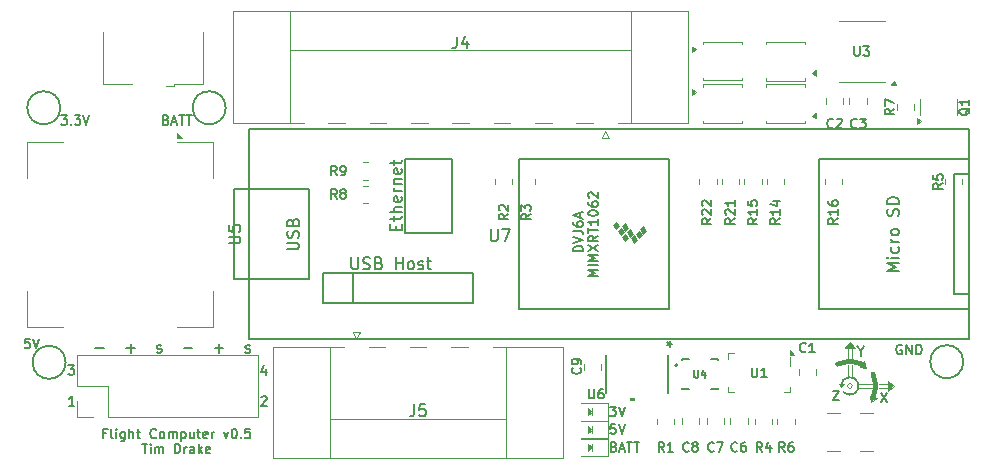
<source format=gbr>
%TF.GenerationSoftware,KiCad,Pcbnew,8.0.4*%
%TF.CreationDate,2024-11-10T13:12:41-08:00*%
%TF.ProjectId,v0.5,76302e35-2e6b-4696-9361-645f70636258,rev?*%
%TF.SameCoordinates,Original*%
%TF.FileFunction,Legend,Top*%
%TF.FilePolarity,Positive*%
%FSLAX46Y46*%
G04 Gerber Fmt 4.6, Leading zero omitted, Abs format (unit mm)*
G04 Created by KiCad (PCBNEW 8.0.4) date 2024-11-10 13:12:41*
%MOMM*%
%LPD*%
G01*
G04 APERTURE LIST*
%ADD10C,0.100000*%
%ADD11C,0.400000*%
%ADD12C,0.200000*%
%ADD13C,0.150000*%
%ADD14C,0.160000*%
%ADD15C,0.120000*%
%ADD16C,0.127000*%
%ADD17C,0.152400*%
%ADD18C,0.000000*%
G04 APERTURE END LIST*
D10*
X156995480Y-107250000D02*
X156500000Y-107550000D01*
X156395480Y-107047740D01*
X156995480Y-107250000D01*
G36*
X156995480Y-107250000D02*
G01*
X156500000Y-107550000D01*
X156395480Y-107047740D01*
X156995480Y-107250000D01*
G37*
D11*
X153655279Y-104346625D02*
G75*
G02*
X155744721Y-104346625I1044721J-2089444D01*
G01*
D10*
X132900000Y-109600000D02*
X132900000Y-110200000D01*
X154900000Y-105500000D02*
X154900000Y-104400000D01*
X154900000Y-106200000D02*
G75*
G02*
X154500000Y-106200000I-200000J0D01*
G01*
X154500000Y-106200000D02*
G75*
G02*
X154900000Y-106200000I200000J0D01*
G01*
X132900000Y-111400000D02*
X132500000Y-111700000D01*
X132500000Y-111100000D01*
X132900000Y-111400000D01*
G36*
X132900000Y-111400000D02*
G01*
X132500000Y-111700000D01*
X132500000Y-111100000D01*
X132900000Y-111400000D01*
G37*
X155100000Y-103000000D02*
X154300000Y-103000000D01*
X154700000Y-102500000D01*
X155100000Y-103000000D01*
G36*
X155100000Y-103000000D02*
G01*
X154300000Y-103000000D01*
X154700000Y-102500000D01*
X155100000Y-103000000D01*
G37*
D12*
X153950000Y-106200000D02*
G75*
G02*
X154169670Y-106730330I750000J0D01*
G01*
D10*
X132900000Y-108400000D02*
X132500000Y-108700000D01*
X132500000Y-108100000D01*
X132900000Y-108400000D01*
G36*
X132900000Y-108400000D02*
G01*
X132500000Y-108700000D01*
X132500000Y-108100000D01*
X132900000Y-108400000D01*
G37*
X157200000Y-106400000D02*
X157900000Y-106400000D01*
X132900000Y-109900000D02*
X132500000Y-110200000D01*
X132500000Y-109600000D01*
X132900000Y-109900000D01*
G36*
X132900000Y-109900000D02*
G01*
X132500000Y-110200000D01*
X132500000Y-109600000D01*
X132900000Y-109900000D01*
G37*
X156082758Y-104701890D02*
X155580498Y-104597370D01*
X155880498Y-104101890D01*
X156082758Y-104701890D01*
G36*
X156082758Y-104701890D02*
G01*
X155580498Y-104597370D01*
X155880498Y-104101890D01*
X156082758Y-104701890D01*
G37*
X132900000Y-108100000D02*
X132900000Y-108700000D01*
X155400000Y-106000000D02*
X156600000Y-106000000D01*
X154900000Y-103000000D02*
X154900000Y-103800000D01*
X154500000Y-105500000D02*
X154500000Y-104400000D01*
X157200000Y-106000000D02*
X157900000Y-106000000D01*
X155400000Y-106400000D02*
X156600000Y-106400000D01*
D11*
X156667740Y-105216130D02*
G75*
G02*
X156667740Y-107183870I-1967740J-983870D01*
G01*
D10*
X158400000Y-106200000D02*
X157900000Y-106600000D01*
X157900000Y-105800000D01*
X158400000Y-106200000D01*
G36*
X158400000Y-106200000D02*
G01*
X157900000Y-106600000D01*
X157900000Y-105800000D01*
X158400000Y-106200000D01*
G37*
X132900000Y-111100000D02*
X132900000Y-111700000D01*
X154500000Y-103000000D02*
X154500000Y-103800000D01*
X153950000Y-106300000D02*
X153750000Y-106000000D01*
X154200000Y-106000000D01*
X153950000Y-106300000D01*
G36*
X153950000Y-106300000D02*
G01*
X153750000Y-106000000D01*
X154200000Y-106000000D01*
X153950000Y-106300000D01*
G37*
D12*
X155600000Y-103278742D02*
X155600000Y-103659695D01*
X155333333Y-102859695D02*
X155600000Y-103278742D01*
X155600000Y-103278742D02*
X155866666Y-102859695D01*
D13*
X134847619Y-109462295D02*
X134466667Y-109462295D01*
X134466667Y-109462295D02*
X134428571Y-109843247D01*
X134428571Y-109843247D02*
X134466667Y-109805152D01*
X134466667Y-109805152D02*
X134542857Y-109767057D01*
X134542857Y-109767057D02*
X134733333Y-109767057D01*
X134733333Y-109767057D02*
X134809524Y-109805152D01*
X134809524Y-109805152D02*
X134847619Y-109843247D01*
X134847619Y-109843247D02*
X134885714Y-109919438D01*
X134885714Y-109919438D02*
X134885714Y-110109914D01*
X134885714Y-110109914D02*
X134847619Y-110186104D01*
X134847619Y-110186104D02*
X134809524Y-110224200D01*
X134809524Y-110224200D02*
X134733333Y-110262295D01*
X134733333Y-110262295D02*
X134542857Y-110262295D01*
X134542857Y-110262295D02*
X134466667Y-110224200D01*
X134466667Y-110224200D02*
X134428571Y-110186104D01*
X135114286Y-109462295D02*
X135380953Y-110262295D01*
X135380953Y-110262295D02*
X135647619Y-109462295D01*
D14*
X96804761Y-83674727D02*
X96919047Y-83712822D01*
X96919047Y-83712822D02*
X96957142Y-83750918D01*
X96957142Y-83750918D02*
X96995238Y-83827108D01*
X96995238Y-83827108D02*
X96995238Y-83941394D01*
X96995238Y-83941394D02*
X96957142Y-84017584D01*
X96957142Y-84017584D02*
X96919047Y-84055680D01*
X96919047Y-84055680D02*
X96842857Y-84093775D01*
X96842857Y-84093775D02*
X96538095Y-84093775D01*
X96538095Y-84093775D02*
X96538095Y-83293775D01*
X96538095Y-83293775D02*
X96804761Y-83293775D01*
X96804761Y-83293775D02*
X96880952Y-83331870D01*
X96880952Y-83331870D02*
X96919047Y-83369965D01*
X96919047Y-83369965D02*
X96957142Y-83446156D01*
X96957142Y-83446156D02*
X96957142Y-83522346D01*
X96957142Y-83522346D02*
X96919047Y-83598537D01*
X96919047Y-83598537D02*
X96880952Y-83636632D01*
X96880952Y-83636632D02*
X96804761Y-83674727D01*
X96804761Y-83674727D02*
X96538095Y-83674727D01*
X97299999Y-83865203D02*
X97680952Y-83865203D01*
X97223809Y-84093775D02*
X97490476Y-83293775D01*
X97490476Y-83293775D02*
X97757142Y-84093775D01*
X97909523Y-83293775D02*
X98366666Y-83293775D01*
X98138094Y-84093775D02*
X98138094Y-83293775D01*
X98519047Y-83293775D02*
X98976190Y-83293775D01*
X98747618Y-84093775D02*
X98747618Y-83293775D01*
D12*
X153245863Y-106591695D02*
X153779197Y-106591695D01*
X153779197Y-106591695D02*
X153245863Y-107391695D01*
X153245863Y-107391695D02*
X153779197Y-107391695D01*
X104871428Y-107135885D02*
X104909524Y-107097790D01*
X104909524Y-107097790D02*
X104985714Y-107059695D01*
X104985714Y-107059695D02*
X105176190Y-107059695D01*
X105176190Y-107059695D02*
X105252381Y-107097790D01*
X105252381Y-107097790D02*
X105290476Y-107135885D01*
X105290476Y-107135885D02*
X105328571Y-107212076D01*
X105328571Y-107212076D02*
X105328571Y-107288266D01*
X105328571Y-107288266D02*
X105290476Y-107402552D01*
X105290476Y-107402552D02*
X104833333Y-107859695D01*
X104833333Y-107859695D02*
X105328571Y-107859695D01*
X157345863Y-106791695D02*
X157879197Y-107591695D01*
X157879197Y-106791695D02*
X157345863Y-107591695D01*
D14*
X159090476Y-102731870D02*
X159014286Y-102693775D01*
X159014286Y-102693775D02*
X158900000Y-102693775D01*
X158900000Y-102693775D02*
X158785714Y-102731870D01*
X158785714Y-102731870D02*
X158709524Y-102808060D01*
X158709524Y-102808060D02*
X158671429Y-102884251D01*
X158671429Y-102884251D02*
X158633333Y-103036632D01*
X158633333Y-103036632D02*
X158633333Y-103150918D01*
X158633333Y-103150918D02*
X158671429Y-103303299D01*
X158671429Y-103303299D02*
X158709524Y-103379489D01*
X158709524Y-103379489D02*
X158785714Y-103455680D01*
X158785714Y-103455680D02*
X158900000Y-103493775D01*
X158900000Y-103493775D02*
X158976191Y-103493775D01*
X158976191Y-103493775D02*
X159090476Y-103455680D01*
X159090476Y-103455680D02*
X159128572Y-103417584D01*
X159128572Y-103417584D02*
X159128572Y-103150918D01*
X159128572Y-103150918D02*
X158976191Y-103150918D01*
X159471429Y-103493775D02*
X159471429Y-102693775D01*
X159471429Y-102693775D02*
X159928572Y-103493775D01*
X159928572Y-103493775D02*
X159928572Y-102693775D01*
X160309524Y-103493775D02*
X160309524Y-102693775D01*
X160309524Y-102693775D02*
X160500000Y-102693775D01*
X160500000Y-102693775D02*
X160614286Y-102731870D01*
X160614286Y-102731870D02*
X160690476Y-102808060D01*
X160690476Y-102808060D02*
X160728571Y-102884251D01*
X160728571Y-102884251D02*
X160766667Y-103036632D01*
X160766667Y-103036632D02*
X160766667Y-103150918D01*
X160766667Y-103150918D02*
X160728571Y-103303299D01*
X160728571Y-103303299D02*
X160690476Y-103379489D01*
X160690476Y-103379489D02*
X160614286Y-103455680D01*
X160614286Y-103455680D02*
X160500000Y-103493775D01*
X160500000Y-103493775D02*
X160309524Y-103493775D01*
X87919047Y-83293775D02*
X88414285Y-83293775D01*
X88414285Y-83293775D02*
X88147619Y-83598537D01*
X88147619Y-83598537D02*
X88261904Y-83598537D01*
X88261904Y-83598537D02*
X88338095Y-83636632D01*
X88338095Y-83636632D02*
X88376190Y-83674727D01*
X88376190Y-83674727D02*
X88414285Y-83750918D01*
X88414285Y-83750918D02*
X88414285Y-83941394D01*
X88414285Y-83941394D02*
X88376190Y-84017584D01*
X88376190Y-84017584D02*
X88338095Y-84055680D01*
X88338095Y-84055680D02*
X88261904Y-84093775D01*
X88261904Y-84093775D02*
X88033333Y-84093775D01*
X88033333Y-84093775D02*
X87957142Y-84055680D01*
X87957142Y-84055680D02*
X87919047Y-84017584D01*
X88757143Y-84017584D02*
X88795238Y-84055680D01*
X88795238Y-84055680D02*
X88757143Y-84093775D01*
X88757143Y-84093775D02*
X88719047Y-84055680D01*
X88719047Y-84055680D02*
X88757143Y-84017584D01*
X88757143Y-84017584D02*
X88757143Y-84093775D01*
X89061904Y-83293775D02*
X89557142Y-83293775D01*
X89557142Y-83293775D02*
X89290476Y-83598537D01*
X89290476Y-83598537D02*
X89404761Y-83598537D01*
X89404761Y-83598537D02*
X89480952Y-83636632D01*
X89480952Y-83636632D02*
X89519047Y-83674727D01*
X89519047Y-83674727D02*
X89557142Y-83750918D01*
X89557142Y-83750918D02*
X89557142Y-83941394D01*
X89557142Y-83941394D02*
X89519047Y-84017584D01*
X89519047Y-84017584D02*
X89480952Y-84055680D01*
X89480952Y-84055680D02*
X89404761Y-84093775D01*
X89404761Y-84093775D02*
X89176190Y-84093775D01*
X89176190Y-84093775D02*
X89099999Y-84055680D01*
X89099999Y-84055680D02*
X89061904Y-84017584D01*
X89785714Y-83293775D02*
X90052381Y-84093775D01*
X90052381Y-84093775D02*
X90319047Y-83293775D01*
D12*
X98317856Y-103011433D02*
X99041666Y-103011433D01*
X100941666Y-103011433D02*
X101665476Y-103011433D01*
X101303571Y-103373338D02*
X101303571Y-102649528D01*
X103520238Y-103328100D02*
X103610714Y-103373338D01*
X103610714Y-103373338D02*
X103791666Y-103373338D01*
X103791666Y-103373338D02*
X103882143Y-103328100D01*
X103882143Y-103328100D02*
X103927381Y-103237623D01*
X103927381Y-103237623D02*
X103927381Y-103192385D01*
X103927381Y-103192385D02*
X103882143Y-103101909D01*
X103882143Y-103101909D02*
X103791666Y-103056671D01*
X103791666Y-103056671D02*
X103655952Y-103056671D01*
X103655952Y-103056671D02*
X103565476Y-103011433D01*
X103565476Y-103011433D02*
X103520238Y-102920957D01*
X103520238Y-102920957D02*
X103520238Y-102875719D01*
X103520238Y-102875719D02*
X103565476Y-102785242D01*
X103565476Y-102785242D02*
X103655952Y-102740004D01*
X103655952Y-102740004D02*
X103791666Y-102740004D01*
X103791666Y-102740004D02*
X103882143Y-102785242D01*
X89028571Y-107859695D02*
X88571428Y-107859695D01*
X88800000Y-107859695D02*
X88800000Y-107059695D01*
X88800000Y-107059695D02*
X88723809Y-107173980D01*
X88723809Y-107173980D02*
X88647619Y-107250171D01*
X88647619Y-107250171D02*
X88571428Y-107288266D01*
X105252381Y-104726361D02*
X105252381Y-105259695D01*
X105061905Y-104421600D02*
X104871428Y-104993028D01*
X104871428Y-104993028D02*
X105366667Y-104993028D01*
X88533333Y-104459695D02*
X89028571Y-104459695D01*
X89028571Y-104459695D02*
X88761905Y-104764457D01*
X88761905Y-104764457D02*
X88876190Y-104764457D01*
X88876190Y-104764457D02*
X88952381Y-104802552D01*
X88952381Y-104802552D02*
X88990476Y-104840647D01*
X88990476Y-104840647D02*
X89028571Y-104916838D01*
X89028571Y-104916838D02*
X89028571Y-105107314D01*
X89028571Y-105107314D02*
X88990476Y-105183504D01*
X88990476Y-105183504D02*
X88952381Y-105221600D01*
X88952381Y-105221600D02*
X88876190Y-105259695D01*
X88876190Y-105259695D02*
X88647619Y-105259695D01*
X88647619Y-105259695D02*
X88571428Y-105221600D01*
X88571428Y-105221600D02*
X88533333Y-105183504D01*
D13*
X91757141Y-110199270D02*
X91490475Y-110199270D01*
X91490475Y-110618318D02*
X91490475Y-109818318D01*
X91490475Y-109818318D02*
X91871427Y-109818318D01*
X92290474Y-110618318D02*
X92214284Y-110580223D01*
X92214284Y-110580223D02*
X92176189Y-110504032D01*
X92176189Y-110504032D02*
X92176189Y-109818318D01*
X92595237Y-110618318D02*
X92595237Y-110084984D01*
X92595237Y-109818318D02*
X92557141Y-109856413D01*
X92557141Y-109856413D02*
X92595237Y-109894508D01*
X92595237Y-109894508D02*
X92633332Y-109856413D01*
X92633332Y-109856413D02*
X92595237Y-109818318D01*
X92595237Y-109818318D02*
X92595237Y-109894508D01*
X93319046Y-110084984D02*
X93319046Y-110732603D01*
X93319046Y-110732603D02*
X93280951Y-110808794D01*
X93280951Y-110808794D02*
X93242855Y-110846889D01*
X93242855Y-110846889D02*
X93166665Y-110884984D01*
X93166665Y-110884984D02*
X93052379Y-110884984D01*
X93052379Y-110884984D02*
X92976189Y-110846889D01*
X93319046Y-110580223D02*
X93242855Y-110618318D01*
X93242855Y-110618318D02*
X93090474Y-110618318D01*
X93090474Y-110618318D02*
X93014284Y-110580223D01*
X93014284Y-110580223D02*
X92976189Y-110542127D01*
X92976189Y-110542127D02*
X92938093Y-110465937D01*
X92938093Y-110465937D02*
X92938093Y-110237365D01*
X92938093Y-110237365D02*
X92976189Y-110161175D01*
X92976189Y-110161175D02*
X93014284Y-110123080D01*
X93014284Y-110123080D02*
X93090474Y-110084984D01*
X93090474Y-110084984D02*
X93242855Y-110084984D01*
X93242855Y-110084984D02*
X93319046Y-110123080D01*
X93699999Y-110618318D02*
X93699999Y-109818318D01*
X94042856Y-110618318D02*
X94042856Y-110199270D01*
X94042856Y-110199270D02*
X94004761Y-110123080D01*
X94004761Y-110123080D02*
X93928570Y-110084984D01*
X93928570Y-110084984D02*
X93814284Y-110084984D01*
X93814284Y-110084984D02*
X93738094Y-110123080D01*
X93738094Y-110123080D02*
X93699999Y-110161175D01*
X94309523Y-110084984D02*
X94614285Y-110084984D01*
X94423809Y-109818318D02*
X94423809Y-110504032D01*
X94423809Y-110504032D02*
X94461904Y-110580223D01*
X94461904Y-110580223D02*
X94538094Y-110618318D01*
X94538094Y-110618318D02*
X94614285Y-110618318D01*
X95947619Y-110542127D02*
X95909523Y-110580223D01*
X95909523Y-110580223D02*
X95795238Y-110618318D01*
X95795238Y-110618318D02*
X95719047Y-110618318D01*
X95719047Y-110618318D02*
X95604761Y-110580223D01*
X95604761Y-110580223D02*
X95528571Y-110504032D01*
X95528571Y-110504032D02*
X95490476Y-110427842D01*
X95490476Y-110427842D02*
X95452380Y-110275461D01*
X95452380Y-110275461D02*
X95452380Y-110161175D01*
X95452380Y-110161175D02*
X95490476Y-110008794D01*
X95490476Y-110008794D02*
X95528571Y-109932603D01*
X95528571Y-109932603D02*
X95604761Y-109856413D01*
X95604761Y-109856413D02*
X95719047Y-109818318D01*
X95719047Y-109818318D02*
X95795238Y-109818318D01*
X95795238Y-109818318D02*
X95909523Y-109856413D01*
X95909523Y-109856413D02*
X95947619Y-109894508D01*
X96404761Y-110618318D02*
X96328571Y-110580223D01*
X96328571Y-110580223D02*
X96290476Y-110542127D01*
X96290476Y-110542127D02*
X96252380Y-110465937D01*
X96252380Y-110465937D02*
X96252380Y-110237365D01*
X96252380Y-110237365D02*
X96290476Y-110161175D01*
X96290476Y-110161175D02*
X96328571Y-110123080D01*
X96328571Y-110123080D02*
X96404761Y-110084984D01*
X96404761Y-110084984D02*
X96519047Y-110084984D01*
X96519047Y-110084984D02*
X96595238Y-110123080D01*
X96595238Y-110123080D02*
X96633333Y-110161175D01*
X96633333Y-110161175D02*
X96671428Y-110237365D01*
X96671428Y-110237365D02*
X96671428Y-110465937D01*
X96671428Y-110465937D02*
X96633333Y-110542127D01*
X96633333Y-110542127D02*
X96595238Y-110580223D01*
X96595238Y-110580223D02*
X96519047Y-110618318D01*
X96519047Y-110618318D02*
X96404761Y-110618318D01*
X97014286Y-110618318D02*
X97014286Y-110084984D01*
X97014286Y-110161175D02*
X97052381Y-110123080D01*
X97052381Y-110123080D02*
X97128571Y-110084984D01*
X97128571Y-110084984D02*
X97242857Y-110084984D01*
X97242857Y-110084984D02*
X97319048Y-110123080D01*
X97319048Y-110123080D02*
X97357143Y-110199270D01*
X97357143Y-110199270D02*
X97357143Y-110618318D01*
X97357143Y-110199270D02*
X97395238Y-110123080D01*
X97395238Y-110123080D02*
X97471429Y-110084984D01*
X97471429Y-110084984D02*
X97585714Y-110084984D01*
X97585714Y-110084984D02*
X97661905Y-110123080D01*
X97661905Y-110123080D02*
X97700000Y-110199270D01*
X97700000Y-110199270D02*
X97700000Y-110618318D01*
X98080953Y-110084984D02*
X98080953Y-110884984D01*
X98080953Y-110123080D02*
X98157143Y-110084984D01*
X98157143Y-110084984D02*
X98309524Y-110084984D01*
X98309524Y-110084984D02*
X98385715Y-110123080D01*
X98385715Y-110123080D02*
X98423810Y-110161175D01*
X98423810Y-110161175D02*
X98461905Y-110237365D01*
X98461905Y-110237365D02*
X98461905Y-110465937D01*
X98461905Y-110465937D02*
X98423810Y-110542127D01*
X98423810Y-110542127D02*
X98385715Y-110580223D01*
X98385715Y-110580223D02*
X98309524Y-110618318D01*
X98309524Y-110618318D02*
X98157143Y-110618318D01*
X98157143Y-110618318D02*
X98080953Y-110580223D01*
X99147620Y-110084984D02*
X99147620Y-110618318D01*
X98804763Y-110084984D02*
X98804763Y-110504032D01*
X98804763Y-110504032D02*
X98842858Y-110580223D01*
X98842858Y-110580223D02*
X98919048Y-110618318D01*
X98919048Y-110618318D02*
X99033334Y-110618318D01*
X99033334Y-110618318D02*
X99109525Y-110580223D01*
X99109525Y-110580223D02*
X99147620Y-110542127D01*
X99414287Y-110084984D02*
X99719049Y-110084984D01*
X99528573Y-109818318D02*
X99528573Y-110504032D01*
X99528573Y-110504032D02*
X99566668Y-110580223D01*
X99566668Y-110580223D02*
X99642858Y-110618318D01*
X99642858Y-110618318D02*
X99719049Y-110618318D01*
X100290478Y-110580223D02*
X100214287Y-110618318D01*
X100214287Y-110618318D02*
X100061906Y-110618318D01*
X100061906Y-110618318D02*
X99985716Y-110580223D01*
X99985716Y-110580223D02*
X99947620Y-110504032D01*
X99947620Y-110504032D02*
X99947620Y-110199270D01*
X99947620Y-110199270D02*
X99985716Y-110123080D01*
X99985716Y-110123080D02*
X100061906Y-110084984D01*
X100061906Y-110084984D02*
X100214287Y-110084984D01*
X100214287Y-110084984D02*
X100290478Y-110123080D01*
X100290478Y-110123080D02*
X100328573Y-110199270D01*
X100328573Y-110199270D02*
X100328573Y-110275461D01*
X100328573Y-110275461D02*
X99947620Y-110351651D01*
X100671430Y-110618318D02*
X100671430Y-110084984D01*
X100671430Y-110237365D02*
X100709525Y-110161175D01*
X100709525Y-110161175D02*
X100747620Y-110123080D01*
X100747620Y-110123080D02*
X100823811Y-110084984D01*
X100823811Y-110084984D02*
X100900001Y-110084984D01*
X101700001Y-110084984D02*
X101890477Y-110618318D01*
X101890477Y-110618318D02*
X102080954Y-110084984D01*
X102538097Y-109818318D02*
X102614287Y-109818318D01*
X102614287Y-109818318D02*
X102690478Y-109856413D01*
X102690478Y-109856413D02*
X102728573Y-109894508D01*
X102728573Y-109894508D02*
X102766668Y-109970699D01*
X102766668Y-109970699D02*
X102804763Y-110123080D01*
X102804763Y-110123080D02*
X102804763Y-110313556D01*
X102804763Y-110313556D02*
X102766668Y-110465937D01*
X102766668Y-110465937D02*
X102728573Y-110542127D01*
X102728573Y-110542127D02*
X102690478Y-110580223D01*
X102690478Y-110580223D02*
X102614287Y-110618318D01*
X102614287Y-110618318D02*
X102538097Y-110618318D01*
X102538097Y-110618318D02*
X102461906Y-110580223D01*
X102461906Y-110580223D02*
X102423811Y-110542127D01*
X102423811Y-110542127D02*
X102385716Y-110465937D01*
X102385716Y-110465937D02*
X102347620Y-110313556D01*
X102347620Y-110313556D02*
X102347620Y-110123080D01*
X102347620Y-110123080D02*
X102385716Y-109970699D01*
X102385716Y-109970699D02*
X102423811Y-109894508D01*
X102423811Y-109894508D02*
X102461906Y-109856413D01*
X102461906Y-109856413D02*
X102538097Y-109818318D01*
X103147621Y-110542127D02*
X103185716Y-110580223D01*
X103185716Y-110580223D02*
X103147621Y-110618318D01*
X103147621Y-110618318D02*
X103109525Y-110580223D01*
X103109525Y-110580223D02*
X103147621Y-110542127D01*
X103147621Y-110542127D02*
X103147621Y-110618318D01*
X103909525Y-109818318D02*
X103528573Y-109818318D01*
X103528573Y-109818318D02*
X103490477Y-110199270D01*
X103490477Y-110199270D02*
X103528573Y-110161175D01*
X103528573Y-110161175D02*
X103604763Y-110123080D01*
X103604763Y-110123080D02*
X103795239Y-110123080D01*
X103795239Y-110123080D02*
X103871430Y-110161175D01*
X103871430Y-110161175D02*
X103909525Y-110199270D01*
X103909525Y-110199270D02*
X103947620Y-110275461D01*
X103947620Y-110275461D02*
X103947620Y-110465937D01*
X103947620Y-110465937D02*
X103909525Y-110542127D01*
X103909525Y-110542127D02*
X103871430Y-110580223D01*
X103871430Y-110580223D02*
X103795239Y-110618318D01*
X103795239Y-110618318D02*
X103604763Y-110618318D01*
X103604763Y-110618318D02*
X103528573Y-110580223D01*
X103528573Y-110580223D02*
X103490477Y-110542127D01*
X94766666Y-111106273D02*
X95223809Y-111106273D01*
X94995237Y-111906273D02*
X94995237Y-111106273D01*
X95490476Y-111906273D02*
X95490476Y-111372939D01*
X95490476Y-111106273D02*
X95452380Y-111144368D01*
X95452380Y-111144368D02*
X95490476Y-111182463D01*
X95490476Y-111182463D02*
X95528571Y-111144368D01*
X95528571Y-111144368D02*
X95490476Y-111106273D01*
X95490476Y-111106273D02*
X95490476Y-111182463D01*
X95871428Y-111906273D02*
X95871428Y-111372939D01*
X95871428Y-111449130D02*
X95909523Y-111411035D01*
X95909523Y-111411035D02*
X95985713Y-111372939D01*
X95985713Y-111372939D02*
X96099999Y-111372939D01*
X96099999Y-111372939D02*
X96176190Y-111411035D01*
X96176190Y-111411035D02*
X96214285Y-111487225D01*
X96214285Y-111487225D02*
X96214285Y-111906273D01*
X96214285Y-111487225D02*
X96252380Y-111411035D01*
X96252380Y-111411035D02*
X96328571Y-111372939D01*
X96328571Y-111372939D02*
X96442856Y-111372939D01*
X96442856Y-111372939D02*
X96519047Y-111411035D01*
X96519047Y-111411035D02*
X96557142Y-111487225D01*
X96557142Y-111487225D02*
X96557142Y-111906273D01*
X97547619Y-111906273D02*
X97547619Y-111106273D01*
X97547619Y-111106273D02*
X97738095Y-111106273D01*
X97738095Y-111106273D02*
X97852381Y-111144368D01*
X97852381Y-111144368D02*
X97928571Y-111220558D01*
X97928571Y-111220558D02*
X97966666Y-111296749D01*
X97966666Y-111296749D02*
X98004762Y-111449130D01*
X98004762Y-111449130D02*
X98004762Y-111563416D01*
X98004762Y-111563416D02*
X97966666Y-111715797D01*
X97966666Y-111715797D02*
X97928571Y-111791987D01*
X97928571Y-111791987D02*
X97852381Y-111868178D01*
X97852381Y-111868178D02*
X97738095Y-111906273D01*
X97738095Y-111906273D02*
X97547619Y-111906273D01*
X98347619Y-111906273D02*
X98347619Y-111372939D01*
X98347619Y-111525320D02*
X98385714Y-111449130D01*
X98385714Y-111449130D02*
X98423809Y-111411035D01*
X98423809Y-111411035D02*
X98500000Y-111372939D01*
X98500000Y-111372939D02*
X98576190Y-111372939D01*
X99185714Y-111906273D02*
X99185714Y-111487225D01*
X99185714Y-111487225D02*
X99147619Y-111411035D01*
X99147619Y-111411035D02*
X99071428Y-111372939D01*
X99071428Y-111372939D02*
X98919047Y-111372939D01*
X98919047Y-111372939D02*
X98842857Y-111411035D01*
X99185714Y-111868178D02*
X99109523Y-111906273D01*
X99109523Y-111906273D02*
X98919047Y-111906273D01*
X98919047Y-111906273D02*
X98842857Y-111868178D01*
X98842857Y-111868178D02*
X98804761Y-111791987D01*
X98804761Y-111791987D02*
X98804761Y-111715797D01*
X98804761Y-111715797D02*
X98842857Y-111639606D01*
X98842857Y-111639606D02*
X98919047Y-111601511D01*
X98919047Y-111601511D02*
X99109523Y-111601511D01*
X99109523Y-111601511D02*
X99185714Y-111563416D01*
X99566667Y-111906273D02*
X99566667Y-111106273D01*
X99642857Y-111601511D02*
X99871429Y-111906273D01*
X99871429Y-111372939D02*
X99566667Y-111677701D01*
X100519048Y-111868178D02*
X100442857Y-111906273D01*
X100442857Y-111906273D02*
X100290476Y-111906273D01*
X100290476Y-111906273D02*
X100214286Y-111868178D01*
X100214286Y-111868178D02*
X100176190Y-111791987D01*
X100176190Y-111791987D02*
X100176190Y-111487225D01*
X100176190Y-111487225D02*
X100214286Y-111411035D01*
X100214286Y-111411035D02*
X100290476Y-111372939D01*
X100290476Y-111372939D02*
X100442857Y-111372939D01*
X100442857Y-111372939D02*
X100519048Y-111411035D01*
X100519048Y-111411035D02*
X100557143Y-111487225D01*
X100557143Y-111487225D02*
X100557143Y-111563416D01*
X100557143Y-111563416D02*
X100176190Y-111639606D01*
D14*
X85247619Y-102193775D02*
X84866667Y-102193775D01*
X84866667Y-102193775D02*
X84828571Y-102574727D01*
X84828571Y-102574727D02*
X84866667Y-102536632D01*
X84866667Y-102536632D02*
X84942857Y-102498537D01*
X84942857Y-102498537D02*
X85133333Y-102498537D01*
X85133333Y-102498537D02*
X85209524Y-102536632D01*
X85209524Y-102536632D02*
X85247619Y-102574727D01*
X85247619Y-102574727D02*
X85285714Y-102650918D01*
X85285714Y-102650918D02*
X85285714Y-102841394D01*
X85285714Y-102841394D02*
X85247619Y-102917584D01*
X85247619Y-102917584D02*
X85209524Y-102955680D01*
X85209524Y-102955680D02*
X85133333Y-102993775D01*
X85133333Y-102993775D02*
X84942857Y-102993775D01*
X84942857Y-102993775D02*
X84866667Y-102955680D01*
X84866667Y-102955680D02*
X84828571Y-102917584D01*
X85514286Y-102193775D02*
X85780953Y-102993775D01*
X85780953Y-102993775D02*
X86047619Y-102193775D01*
D12*
X90817856Y-103011433D02*
X91541666Y-103011433D01*
X93441666Y-103011433D02*
X94165476Y-103011433D01*
X93803571Y-103373338D02*
X93803571Y-102649528D01*
X96020238Y-103328100D02*
X96110714Y-103373338D01*
X96110714Y-103373338D02*
X96291666Y-103373338D01*
X96291666Y-103373338D02*
X96382143Y-103328100D01*
X96382143Y-103328100D02*
X96427381Y-103237623D01*
X96427381Y-103237623D02*
X96427381Y-103192385D01*
X96427381Y-103192385D02*
X96382143Y-103101909D01*
X96382143Y-103101909D02*
X96291666Y-103056671D01*
X96291666Y-103056671D02*
X96155952Y-103056671D01*
X96155952Y-103056671D02*
X96065476Y-103011433D01*
X96065476Y-103011433D02*
X96020238Y-102920957D01*
X96020238Y-102920957D02*
X96020238Y-102875719D01*
X96020238Y-102875719D02*
X96065476Y-102785242D01*
X96065476Y-102785242D02*
X96155952Y-102740004D01*
X96155952Y-102740004D02*
X96291666Y-102740004D01*
X96291666Y-102740004D02*
X96382143Y-102785242D01*
D13*
X134704761Y-111343247D02*
X134819047Y-111381342D01*
X134819047Y-111381342D02*
X134857142Y-111419438D01*
X134857142Y-111419438D02*
X134895238Y-111495628D01*
X134895238Y-111495628D02*
X134895238Y-111609914D01*
X134895238Y-111609914D02*
X134857142Y-111686104D01*
X134857142Y-111686104D02*
X134819047Y-111724200D01*
X134819047Y-111724200D02*
X134742857Y-111762295D01*
X134742857Y-111762295D02*
X134438095Y-111762295D01*
X134438095Y-111762295D02*
X134438095Y-110962295D01*
X134438095Y-110962295D02*
X134704761Y-110962295D01*
X134704761Y-110962295D02*
X134780952Y-111000390D01*
X134780952Y-111000390D02*
X134819047Y-111038485D01*
X134819047Y-111038485D02*
X134857142Y-111114676D01*
X134857142Y-111114676D02*
X134857142Y-111190866D01*
X134857142Y-111190866D02*
X134819047Y-111267057D01*
X134819047Y-111267057D02*
X134780952Y-111305152D01*
X134780952Y-111305152D02*
X134704761Y-111343247D01*
X134704761Y-111343247D02*
X134438095Y-111343247D01*
X135199999Y-111533723D02*
X135580952Y-111533723D01*
X135123809Y-111762295D02*
X135390476Y-110962295D01*
X135390476Y-110962295D02*
X135657142Y-111762295D01*
X135809523Y-110962295D02*
X136266666Y-110962295D01*
X136038094Y-111762295D02*
X136038094Y-110962295D01*
X136419047Y-110962295D02*
X136876190Y-110962295D01*
X136647618Y-111762295D02*
X136647618Y-110962295D01*
X134390476Y-107962295D02*
X134885714Y-107962295D01*
X134885714Y-107962295D02*
X134619048Y-108267057D01*
X134619048Y-108267057D02*
X134733333Y-108267057D01*
X134733333Y-108267057D02*
X134809524Y-108305152D01*
X134809524Y-108305152D02*
X134847619Y-108343247D01*
X134847619Y-108343247D02*
X134885714Y-108419438D01*
X134885714Y-108419438D02*
X134885714Y-108609914D01*
X134885714Y-108609914D02*
X134847619Y-108686104D01*
X134847619Y-108686104D02*
X134809524Y-108724200D01*
X134809524Y-108724200D02*
X134733333Y-108762295D01*
X134733333Y-108762295D02*
X134504762Y-108762295D01*
X134504762Y-108762295D02*
X134428571Y-108724200D01*
X134428571Y-108724200D02*
X134390476Y-108686104D01*
X135114286Y-107962295D02*
X135380953Y-108762295D01*
X135380953Y-108762295D02*
X135647619Y-107962295D01*
X142962295Y-92014285D02*
X142581342Y-92280952D01*
X142962295Y-92471428D02*
X142162295Y-92471428D01*
X142162295Y-92471428D02*
X142162295Y-92166666D01*
X142162295Y-92166666D02*
X142200390Y-92090476D01*
X142200390Y-92090476D02*
X142238485Y-92052381D01*
X142238485Y-92052381D02*
X142314676Y-92014285D01*
X142314676Y-92014285D02*
X142428961Y-92014285D01*
X142428961Y-92014285D02*
X142505152Y-92052381D01*
X142505152Y-92052381D02*
X142543247Y-92090476D01*
X142543247Y-92090476D02*
X142581342Y-92166666D01*
X142581342Y-92166666D02*
X142581342Y-92471428D01*
X142238485Y-91709524D02*
X142200390Y-91671428D01*
X142200390Y-91671428D02*
X142162295Y-91595238D01*
X142162295Y-91595238D02*
X142162295Y-91404762D01*
X142162295Y-91404762D02*
X142200390Y-91328571D01*
X142200390Y-91328571D02*
X142238485Y-91290476D01*
X142238485Y-91290476D02*
X142314676Y-91252381D01*
X142314676Y-91252381D02*
X142390866Y-91252381D01*
X142390866Y-91252381D02*
X142505152Y-91290476D01*
X142505152Y-91290476D02*
X142962295Y-91747619D01*
X142962295Y-91747619D02*
X142962295Y-91252381D01*
X142238485Y-90947619D02*
X142200390Y-90909523D01*
X142200390Y-90909523D02*
X142162295Y-90833333D01*
X142162295Y-90833333D02*
X142162295Y-90642857D01*
X142162295Y-90642857D02*
X142200390Y-90566666D01*
X142200390Y-90566666D02*
X142238485Y-90528571D01*
X142238485Y-90528571D02*
X142314676Y-90490476D01*
X142314676Y-90490476D02*
X142390866Y-90490476D01*
X142390866Y-90490476D02*
X142505152Y-90528571D01*
X142505152Y-90528571D02*
X142962295Y-90985714D01*
X142962295Y-90985714D02*
X142962295Y-90490476D01*
X145166667Y-111686104D02*
X145128571Y-111724200D01*
X145128571Y-111724200D02*
X145014286Y-111762295D01*
X145014286Y-111762295D02*
X144938095Y-111762295D01*
X144938095Y-111762295D02*
X144823809Y-111724200D01*
X144823809Y-111724200D02*
X144747619Y-111648009D01*
X144747619Y-111648009D02*
X144709524Y-111571819D01*
X144709524Y-111571819D02*
X144671428Y-111419438D01*
X144671428Y-111419438D02*
X144671428Y-111305152D01*
X144671428Y-111305152D02*
X144709524Y-111152771D01*
X144709524Y-111152771D02*
X144747619Y-111076580D01*
X144747619Y-111076580D02*
X144823809Y-111000390D01*
X144823809Y-111000390D02*
X144938095Y-110962295D01*
X144938095Y-110962295D02*
X145014286Y-110962295D01*
X145014286Y-110962295D02*
X145128571Y-111000390D01*
X145128571Y-111000390D02*
X145166667Y-111038485D01*
X145852381Y-110962295D02*
X145700000Y-110962295D01*
X145700000Y-110962295D02*
X145623809Y-111000390D01*
X145623809Y-111000390D02*
X145585714Y-111038485D01*
X145585714Y-111038485D02*
X145509524Y-111152771D01*
X145509524Y-111152771D02*
X145471428Y-111305152D01*
X145471428Y-111305152D02*
X145471428Y-111609914D01*
X145471428Y-111609914D02*
X145509524Y-111686104D01*
X145509524Y-111686104D02*
X145547619Y-111724200D01*
X145547619Y-111724200D02*
X145623809Y-111762295D01*
X145623809Y-111762295D02*
X145776190Y-111762295D01*
X145776190Y-111762295D02*
X145852381Y-111724200D01*
X145852381Y-111724200D02*
X145890476Y-111686104D01*
X145890476Y-111686104D02*
X145928571Y-111609914D01*
X145928571Y-111609914D02*
X145928571Y-111419438D01*
X145928571Y-111419438D02*
X145890476Y-111343247D01*
X145890476Y-111343247D02*
X145852381Y-111305152D01*
X145852381Y-111305152D02*
X145776190Y-111267057D01*
X145776190Y-111267057D02*
X145623809Y-111267057D01*
X145623809Y-111267057D02*
X145547619Y-111305152D01*
X145547619Y-111305152D02*
X145509524Y-111343247D01*
X145509524Y-111343247D02*
X145471428Y-111419438D01*
X158462295Y-82733332D02*
X158081342Y-82999999D01*
X158462295Y-83190475D02*
X157662295Y-83190475D01*
X157662295Y-83190475D02*
X157662295Y-82885713D01*
X157662295Y-82885713D02*
X157700390Y-82809523D01*
X157700390Y-82809523D02*
X157738485Y-82771428D01*
X157738485Y-82771428D02*
X157814676Y-82733332D01*
X157814676Y-82733332D02*
X157928961Y-82733332D01*
X157928961Y-82733332D02*
X158005152Y-82771428D01*
X158005152Y-82771428D02*
X158043247Y-82809523D01*
X158043247Y-82809523D02*
X158081342Y-82885713D01*
X158081342Y-82885713D02*
X158081342Y-83190475D01*
X157662295Y-82466666D02*
X157662295Y-81933332D01*
X157662295Y-81933332D02*
X158462295Y-82276190D01*
X131886104Y-104683332D02*
X131924200Y-104721428D01*
X131924200Y-104721428D02*
X131962295Y-104835713D01*
X131962295Y-104835713D02*
X131962295Y-104911904D01*
X131962295Y-104911904D02*
X131924200Y-105026190D01*
X131924200Y-105026190D02*
X131848009Y-105102380D01*
X131848009Y-105102380D02*
X131771819Y-105140475D01*
X131771819Y-105140475D02*
X131619438Y-105178571D01*
X131619438Y-105178571D02*
X131505152Y-105178571D01*
X131505152Y-105178571D02*
X131352771Y-105140475D01*
X131352771Y-105140475D02*
X131276580Y-105102380D01*
X131276580Y-105102380D02*
X131200390Y-105026190D01*
X131200390Y-105026190D02*
X131162295Y-104911904D01*
X131162295Y-104911904D02*
X131162295Y-104835713D01*
X131162295Y-104835713D02*
X131200390Y-104721428D01*
X131200390Y-104721428D02*
X131238485Y-104683332D01*
X131962295Y-104302380D02*
X131962295Y-104149999D01*
X131962295Y-104149999D02*
X131924200Y-104073809D01*
X131924200Y-104073809D02*
X131886104Y-104035713D01*
X131886104Y-104035713D02*
X131771819Y-103959523D01*
X131771819Y-103959523D02*
X131619438Y-103921428D01*
X131619438Y-103921428D02*
X131314676Y-103921428D01*
X131314676Y-103921428D02*
X131238485Y-103959523D01*
X131238485Y-103959523D02*
X131200390Y-103997618D01*
X131200390Y-103997618D02*
X131162295Y-104073809D01*
X131162295Y-104073809D02*
X131162295Y-104226190D01*
X131162295Y-104226190D02*
X131200390Y-104302380D01*
X131200390Y-104302380D02*
X131238485Y-104340475D01*
X131238485Y-104340475D02*
X131314676Y-104378571D01*
X131314676Y-104378571D02*
X131505152Y-104378571D01*
X131505152Y-104378571D02*
X131581342Y-104340475D01*
X131581342Y-104340475D02*
X131619438Y-104302380D01*
X131619438Y-104302380D02*
X131657533Y-104226190D01*
X131657533Y-104226190D02*
X131657533Y-104073809D01*
X131657533Y-104073809D02*
X131619438Y-103997618D01*
X131619438Y-103997618D02*
X131581342Y-103959523D01*
X131581342Y-103959523D02*
X131505152Y-103921428D01*
X143166667Y-111686104D02*
X143128571Y-111724200D01*
X143128571Y-111724200D02*
X143014286Y-111762295D01*
X143014286Y-111762295D02*
X142938095Y-111762295D01*
X142938095Y-111762295D02*
X142823809Y-111724200D01*
X142823809Y-111724200D02*
X142747619Y-111648009D01*
X142747619Y-111648009D02*
X142709524Y-111571819D01*
X142709524Y-111571819D02*
X142671428Y-111419438D01*
X142671428Y-111419438D02*
X142671428Y-111305152D01*
X142671428Y-111305152D02*
X142709524Y-111152771D01*
X142709524Y-111152771D02*
X142747619Y-111076580D01*
X142747619Y-111076580D02*
X142823809Y-111000390D01*
X142823809Y-111000390D02*
X142938095Y-110962295D01*
X142938095Y-110962295D02*
X143014286Y-110962295D01*
X143014286Y-110962295D02*
X143128571Y-111000390D01*
X143128571Y-111000390D02*
X143166667Y-111038485D01*
X143433333Y-110962295D02*
X143966667Y-110962295D01*
X143966667Y-110962295D02*
X143623809Y-111762295D01*
X155266667Y-84286104D02*
X155228571Y-84324200D01*
X155228571Y-84324200D02*
X155114286Y-84362295D01*
X155114286Y-84362295D02*
X155038095Y-84362295D01*
X155038095Y-84362295D02*
X154923809Y-84324200D01*
X154923809Y-84324200D02*
X154847619Y-84248009D01*
X154847619Y-84248009D02*
X154809524Y-84171819D01*
X154809524Y-84171819D02*
X154771428Y-84019438D01*
X154771428Y-84019438D02*
X154771428Y-83905152D01*
X154771428Y-83905152D02*
X154809524Y-83752771D01*
X154809524Y-83752771D02*
X154847619Y-83676580D01*
X154847619Y-83676580D02*
X154923809Y-83600390D01*
X154923809Y-83600390D02*
X155038095Y-83562295D01*
X155038095Y-83562295D02*
X155114286Y-83562295D01*
X155114286Y-83562295D02*
X155228571Y-83600390D01*
X155228571Y-83600390D02*
X155266667Y-83638485D01*
X155533333Y-83562295D02*
X156028571Y-83562295D01*
X156028571Y-83562295D02*
X155761905Y-83867057D01*
X155761905Y-83867057D02*
X155876190Y-83867057D01*
X155876190Y-83867057D02*
X155952381Y-83905152D01*
X155952381Y-83905152D02*
X155990476Y-83943247D01*
X155990476Y-83943247D02*
X156028571Y-84019438D01*
X156028571Y-84019438D02*
X156028571Y-84209914D01*
X156028571Y-84209914D02*
X155990476Y-84286104D01*
X155990476Y-84286104D02*
X155952381Y-84324200D01*
X155952381Y-84324200D02*
X155876190Y-84362295D01*
X155876190Y-84362295D02*
X155647619Y-84362295D01*
X155647619Y-84362295D02*
X155571428Y-84324200D01*
X155571428Y-84324200D02*
X155533333Y-84286104D01*
X111266667Y-90362295D02*
X111000000Y-89981342D01*
X110809524Y-90362295D02*
X110809524Y-89562295D01*
X110809524Y-89562295D02*
X111114286Y-89562295D01*
X111114286Y-89562295D02*
X111190476Y-89600390D01*
X111190476Y-89600390D02*
X111228571Y-89638485D01*
X111228571Y-89638485D02*
X111266667Y-89714676D01*
X111266667Y-89714676D02*
X111266667Y-89828961D01*
X111266667Y-89828961D02*
X111228571Y-89905152D01*
X111228571Y-89905152D02*
X111190476Y-89943247D01*
X111190476Y-89943247D02*
X111114286Y-89981342D01*
X111114286Y-89981342D02*
X110809524Y-89981342D01*
X111723809Y-89905152D02*
X111647619Y-89867057D01*
X111647619Y-89867057D02*
X111609524Y-89828961D01*
X111609524Y-89828961D02*
X111571428Y-89752771D01*
X111571428Y-89752771D02*
X111571428Y-89714676D01*
X111571428Y-89714676D02*
X111609524Y-89638485D01*
X111609524Y-89638485D02*
X111647619Y-89600390D01*
X111647619Y-89600390D02*
X111723809Y-89562295D01*
X111723809Y-89562295D02*
X111876190Y-89562295D01*
X111876190Y-89562295D02*
X111952381Y-89600390D01*
X111952381Y-89600390D02*
X111990476Y-89638485D01*
X111990476Y-89638485D02*
X112028571Y-89714676D01*
X112028571Y-89714676D02*
X112028571Y-89752771D01*
X112028571Y-89752771D02*
X111990476Y-89828961D01*
X111990476Y-89828961D02*
X111952381Y-89867057D01*
X111952381Y-89867057D02*
X111876190Y-89905152D01*
X111876190Y-89905152D02*
X111723809Y-89905152D01*
X111723809Y-89905152D02*
X111647619Y-89943247D01*
X111647619Y-89943247D02*
X111609524Y-89981342D01*
X111609524Y-89981342D02*
X111571428Y-90057533D01*
X111571428Y-90057533D02*
X111571428Y-90209914D01*
X111571428Y-90209914D02*
X111609524Y-90286104D01*
X111609524Y-90286104D02*
X111647619Y-90324200D01*
X111647619Y-90324200D02*
X111723809Y-90362295D01*
X111723809Y-90362295D02*
X111876190Y-90362295D01*
X111876190Y-90362295D02*
X111952381Y-90324200D01*
X111952381Y-90324200D02*
X111990476Y-90286104D01*
X111990476Y-90286104D02*
X112028571Y-90209914D01*
X112028571Y-90209914D02*
X112028571Y-90057533D01*
X112028571Y-90057533D02*
X111990476Y-89981342D01*
X111990476Y-89981342D02*
X111952381Y-89943247D01*
X111952381Y-89943247D02*
X111876190Y-89905152D01*
X141512380Y-104848276D02*
X141512380Y-105366371D01*
X141512380Y-105366371D02*
X141542857Y-105427323D01*
X141542857Y-105427323D02*
X141573333Y-105457800D01*
X141573333Y-105457800D02*
X141634285Y-105488276D01*
X141634285Y-105488276D02*
X141756190Y-105488276D01*
X141756190Y-105488276D02*
X141817142Y-105457800D01*
X141817142Y-105457800D02*
X141847619Y-105427323D01*
X141847619Y-105427323D02*
X141878095Y-105366371D01*
X141878095Y-105366371D02*
X141878095Y-104848276D01*
X142457142Y-105061609D02*
X142457142Y-105488276D01*
X142304761Y-104817800D02*
X142152380Y-105274942D01*
X142152380Y-105274942D02*
X142548571Y-105274942D01*
X141066667Y-111686104D02*
X141028571Y-111724200D01*
X141028571Y-111724200D02*
X140914286Y-111762295D01*
X140914286Y-111762295D02*
X140838095Y-111762295D01*
X140838095Y-111762295D02*
X140723809Y-111724200D01*
X140723809Y-111724200D02*
X140647619Y-111648009D01*
X140647619Y-111648009D02*
X140609524Y-111571819D01*
X140609524Y-111571819D02*
X140571428Y-111419438D01*
X140571428Y-111419438D02*
X140571428Y-111305152D01*
X140571428Y-111305152D02*
X140609524Y-111152771D01*
X140609524Y-111152771D02*
X140647619Y-111076580D01*
X140647619Y-111076580D02*
X140723809Y-111000390D01*
X140723809Y-111000390D02*
X140838095Y-110962295D01*
X140838095Y-110962295D02*
X140914286Y-110962295D01*
X140914286Y-110962295D02*
X141028571Y-111000390D01*
X141028571Y-111000390D02*
X141066667Y-111038485D01*
X141523809Y-111305152D02*
X141447619Y-111267057D01*
X141447619Y-111267057D02*
X141409524Y-111228961D01*
X141409524Y-111228961D02*
X141371428Y-111152771D01*
X141371428Y-111152771D02*
X141371428Y-111114676D01*
X141371428Y-111114676D02*
X141409524Y-111038485D01*
X141409524Y-111038485D02*
X141447619Y-111000390D01*
X141447619Y-111000390D02*
X141523809Y-110962295D01*
X141523809Y-110962295D02*
X141676190Y-110962295D01*
X141676190Y-110962295D02*
X141752381Y-111000390D01*
X141752381Y-111000390D02*
X141790476Y-111038485D01*
X141790476Y-111038485D02*
X141828571Y-111114676D01*
X141828571Y-111114676D02*
X141828571Y-111152771D01*
X141828571Y-111152771D02*
X141790476Y-111228961D01*
X141790476Y-111228961D02*
X141752381Y-111267057D01*
X141752381Y-111267057D02*
X141676190Y-111305152D01*
X141676190Y-111305152D02*
X141523809Y-111305152D01*
X141523809Y-111305152D02*
X141447619Y-111343247D01*
X141447619Y-111343247D02*
X141409524Y-111381342D01*
X141409524Y-111381342D02*
X141371428Y-111457533D01*
X141371428Y-111457533D02*
X141371428Y-111609914D01*
X141371428Y-111609914D02*
X141409524Y-111686104D01*
X141409524Y-111686104D02*
X141447619Y-111724200D01*
X141447619Y-111724200D02*
X141523809Y-111762295D01*
X141523809Y-111762295D02*
X141676190Y-111762295D01*
X141676190Y-111762295D02*
X141752381Y-111724200D01*
X141752381Y-111724200D02*
X141790476Y-111686104D01*
X141790476Y-111686104D02*
X141828571Y-111609914D01*
X141828571Y-111609914D02*
X141828571Y-111457533D01*
X141828571Y-111457533D02*
X141790476Y-111381342D01*
X141790476Y-111381342D02*
X141752381Y-111343247D01*
X141752381Y-111343247D02*
X141676190Y-111305152D01*
X127662295Y-91633332D02*
X127281342Y-91899999D01*
X127662295Y-92090475D02*
X126862295Y-92090475D01*
X126862295Y-92090475D02*
X126862295Y-91785713D01*
X126862295Y-91785713D02*
X126900390Y-91709523D01*
X126900390Y-91709523D02*
X126938485Y-91671428D01*
X126938485Y-91671428D02*
X127014676Y-91633332D01*
X127014676Y-91633332D02*
X127128961Y-91633332D01*
X127128961Y-91633332D02*
X127205152Y-91671428D01*
X127205152Y-91671428D02*
X127243247Y-91709523D01*
X127243247Y-91709523D02*
X127281342Y-91785713D01*
X127281342Y-91785713D02*
X127281342Y-92090475D01*
X126862295Y-91366666D02*
X126862295Y-90871428D01*
X126862295Y-90871428D02*
X127167057Y-91138094D01*
X127167057Y-91138094D02*
X127167057Y-91023809D01*
X127167057Y-91023809D02*
X127205152Y-90947618D01*
X127205152Y-90947618D02*
X127243247Y-90909523D01*
X127243247Y-90909523D02*
X127319438Y-90871428D01*
X127319438Y-90871428D02*
X127509914Y-90871428D01*
X127509914Y-90871428D02*
X127586104Y-90909523D01*
X127586104Y-90909523D02*
X127624200Y-90947618D01*
X127624200Y-90947618D02*
X127662295Y-91023809D01*
X127662295Y-91023809D02*
X127662295Y-91252380D01*
X127662295Y-91252380D02*
X127624200Y-91328571D01*
X127624200Y-91328571D02*
X127586104Y-91366666D01*
X117816666Y-107754819D02*
X117816666Y-108469104D01*
X117816666Y-108469104D02*
X117769047Y-108611961D01*
X117769047Y-108611961D02*
X117673809Y-108707200D01*
X117673809Y-108707200D02*
X117530952Y-108754819D01*
X117530952Y-108754819D02*
X117435714Y-108754819D01*
X118769047Y-107754819D02*
X118292857Y-107754819D01*
X118292857Y-107754819D02*
X118245238Y-108231009D01*
X118245238Y-108231009D02*
X118292857Y-108183390D01*
X118292857Y-108183390D02*
X118388095Y-108135771D01*
X118388095Y-108135771D02*
X118626190Y-108135771D01*
X118626190Y-108135771D02*
X118721428Y-108183390D01*
X118721428Y-108183390D02*
X118769047Y-108231009D01*
X118769047Y-108231009D02*
X118816666Y-108326247D01*
X118816666Y-108326247D02*
X118816666Y-108564342D01*
X118816666Y-108564342D02*
X118769047Y-108659580D01*
X118769047Y-108659580D02*
X118721428Y-108707200D01*
X118721428Y-108707200D02*
X118626190Y-108754819D01*
X118626190Y-108754819D02*
X118388095Y-108754819D01*
X118388095Y-108754819D02*
X118292857Y-108707200D01*
X118292857Y-108707200D02*
X118245238Y-108659580D01*
X155090476Y-77462295D02*
X155090476Y-78109914D01*
X155090476Y-78109914D02*
X155128571Y-78186104D01*
X155128571Y-78186104D02*
X155166666Y-78224200D01*
X155166666Y-78224200D02*
X155242857Y-78262295D01*
X155242857Y-78262295D02*
X155395238Y-78262295D01*
X155395238Y-78262295D02*
X155471428Y-78224200D01*
X155471428Y-78224200D02*
X155509523Y-78186104D01*
X155509523Y-78186104D02*
X155547619Y-78109914D01*
X155547619Y-78109914D02*
X155547619Y-77462295D01*
X155852380Y-77462295D02*
X156347618Y-77462295D01*
X156347618Y-77462295D02*
X156080952Y-77767057D01*
X156080952Y-77767057D02*
X156195237Y-77767057D01*
X156195237Y-77767057D02*
X156271428Y-77805152D01*
X156271428Y-77805152D02*
X156309523Y-77843247D01*
X156309523Y-77843247D02*
X156347618Y-77919438D01*
X156347618Y-77919438D02*
X156347618Y-78109914D01*
X156347618Y-78109914D02*
X156309523Y-78186104D01*
X156309523Y-78186104D02*
X156271428Y-78224200D01*
X156271428Y-78224200D02*
X156195237Y-78262295D01*
X156195237Y-78262295D02*
X155966666Y-78262295D01*
X155966666Y-78262295D02*
X155890475Y-78224200D01*
X155890475Y-78224200D02*
X155852380Y-78186104D01*
X150966667Y-103286104D02*
X150928571Y-103324200D01*
X150928571Y-103324200D02*
X150814286Y-103362295D01*
X150814286Y-103362295D02*
X150738095Y-103362295D01*
X150738095Y-103362295D02*
X150623809Y-103324200D01*
X150623809Y-103324200D02*
X150547619Y-103248009D01*
X150547619Y-103248009D02*
X150509524Y-103171819D01*
X150509524Y-103171819D02*
X150471428Y-103019438D01*
X150471428Y-103019438D02*
X150471428Y-102905152D01*
X150471428Y-102905152D02*
X150509524Y-102752771D01*
X150509524Y-102752771D02*
X150547619Y-102676580D01*
X150547619Y-102676580D02*
X150623809Y-102600390D01*
X150623809Y-102600390D02*
X150738095Y-102562295D01*
X150738095Y-102562295D02*
X150814286Y-102562295D01*
X150814286Y-102562295D02*
X150928571Y-102600390D01*
X150928571Y-102600390D02*
X150966667Y-102638485D01*
X151728571Y-103362295D02*
X151271428Y-103362295D01*
X151500000Y-103362295D02*
X151500000Y-102562295D01*
X151500000Y-102562295D02*
X151423809Y-102676580D01*
X151423809Y-102676580D02*
X151347619Y-102752771D01*
X151347619Y-102752771D02*
X151271428Y-102790866D01*
X121416666Y-76622319D02*
X121416666Y-77336604D01*
X121416666Y-77336604D02*
X121369047Y-77479461D01*
X121369047Y-77479461D02*
X121273809Y-77574700D01*
X121273809Y-77574700D02*
X121130952Y-77622319D01*
X121130952Y-77622319D02*
X121035714Y-77622319D01*
X122321428Y-76955652D02*
X122321428Y-77622319D01*
X122083333Y-76574700D02*
X121845238Y-77288985D01*
X121845238Y-77288985D02*
X122464285Y-77288985D01*
X144962295Y-92014285D02*
X144581342Y-92280952D01*
X144962295Y-92471428D02*
X144162295Y-92471428D01*
X144162295Y-92471428D02*
X144162295Y-92166666D01*
X144162295Y-92166666D02*
X144200390Y-92090476D01*
X144200390Y-92090476D02*
X144238485Y-92052381D01*
X144238485Y-92052381D02*
X144314676Y-92014285D01*
X144314676Y-92014285D02*
X144428961Y-92014285D01*
X144428961Y-92014285D02*
X144505152Y-92052381D01*
X144505152Y-92052381D02*
X144543247Y-92090476D01*
X144543247Y-92090476D02*
X144581342Y-92166666D01*
X144581342Y-92166666D02*
X144581342Y-92471428D01*
X144238485Y-91709524D02*
X144200390Y-91671428D01*
X144200390Y-91671428D02*
X144162295Y-91595238D01*
X144162295Y-91595238D02*
X144162295Y-91404762D01*
X144162295Y-91404762D02*
X144200390Y-91328571D01*
X144200390Y-91328571D02*
X144238485Y-91290476D01*
X144238485Y-91290476D02*
X144314676Y-91252381D01*
X144314676Y-91252381D02*
X144390866Y-91252381D01*
X144390866Y-91252381D02*
X144505152Y-91290476D01*
X144505152Y-91290476D02*
X144962295Y-91747619D01*
X144962295Y-91747619D02*
X144962295Y-91252381D01*
X144962295Y-90490476D02*
X144962295Y-90947619D01*
X144962295Y-90719047D02*
X144162295Y-90719047D01*
X144162295Y-90719047D02*
X144276580Y-90795238D01*
X144276580Y-90795238D02*
X144352771Y-90871428D01*
X144352771Y-90871428D02*
X144390866Y-90947619D01*
X147266667Y-111762295D02*
X147000000Y-111381342D01*
X146809524Y-111762295D02*
X146809524Y-110962295D01*
X146809524Y-110962295D02*
X147114286Y-110962295D01*
X147114286Y-110962295D02*
X147190476Y-111000390D01*
X147190476Y-111000390D02*
X147228571Y-111038485D01*
X147228571Y-111038485D02*
X147266667Y-111114676D01*
X147266667Y-111114676D02*
X147266667Y-111228961D01*
X147266667Y-111228961D02*
X147228571Y-111305152D01*
X147228571Y-111305152D02*
X147190476Y-111343247D01*
X147190476Y-111343247D02*
X147114286Y-111381342D01*
X147114286Y-111381342D02*
X146809524Y-111381342D01*
X147952381Y-111228961D02*
X147952381Y-111762295D01*
X147761905Y-110924200D02*
X147571428Y-111495628D01*
X147571428Y-111495628D02*
X148066667Y-111495628D01*
X148762295Y-92014285D02*
X148381342Y-92280952D01*
X148762295Y-92471428D02*
X147962295Y-92471428D01*
X147962295Y-92471428D02*
X147962295Y-92166666D01*
X147962295Y-92166666D02*
X148000390Y-92090476D01*
X148000390Y-92090476D02*
X148038485Y-92052381D01*
X148038485Y-92052381D02*
X148114676Y-92014285D01*
X148114676Y-92014285D02*
X148228961Y-92014285D01*
X148228961Y-92014285D02*
X148305152Y-92052381D01*
X148305152Y-92052381D02*
X148343247Y-92090476D01*
X148343247Y-92090476D02*
X148381342Y-92166666D01*
X148381342Y-92166666D02*
X148381342Y-92471428D01*
X148762295Y-91252381D02*
X148762295Y-91709524D01*
X148762295Y-91480952D02*
X147962295Y-91480952D01*
X147962295Y-91480952D02*
X148076580Y-91557143D01*
X148076580Y-91557143D02*
X148152771Y-91633333D01*
X148152771Y-91633333D02*
X148190866Y-91709524D01*
X148228961Y-90566666D02*
X148762295Y-90566666D01*
X147924200Y-90757142D02*
X148495628Y-90947619D01*
X148495628Y-90947619D02*
X148495628Y-90452380D01*
X162562295Y-89033332D02*
X162181342Y-89299999D01*
X162562295Y-89490475D02*
X161762295Y-89490475D01*
X161762295Y-89490475D02*
X161762295Y-89185713D01*
X161762295Y-89185713D02*
X161800390Y-89109523D01*
X161800390Y-89109523D02*
X161838485Y-89071428D01*
X161838485Y-89071428D02*
X161914676Y-89033332D01*
X161914676Y-89033332D02*
X162028961Y-89033332D01*
X162028961Y-89033332D02*
X162105152Y-89071428D01*
X162105152Y-89071428D02*
X162143247Y-89109523D01*
X162143247Y-89109523D02*
X162181342Y-89185713D01*
X162181342Y-89185713D02*
X162181342Y-89490475D01*
X161762295Y-88309523D02*
X161762295Y-88690475D01*
X161762295Y-88690475D02*
X162143247Y-88728571D01*
X162143247Y-88728571D02*
X162105152Y-88690475D01*
X162105152Y-88690475D02*
X162067057Y-88614285D01*
X162067057Y-88614285D02*
X162067057Y-88423809D01*
X162067057Y-88423809D02*
X162105152Y-88347618D01*
X162105152Y-88347618D02*
X162143247Y-88309523D01*
X162143247Y-88309523D02*
X162219438Y-88271428D01*
X162219438Y-88271428D02*
X162409914Y-88271428D01*
X162409914Y-88271428D02*
X162486104Y-88309523D01*
X162486104Y-88309523D02*
X162524200Y-88347618D01*
X162524200Y-88347618D02*
X162562295Y-88423809D01*
X162562295Y-88423809D02*
X162562295Y-88614285D01*
X162562295Y-88614285D02*
X162524200Y-88690475D01*
X162524200Y-88690475D02*
X162486104Y-88728571D01*
X146390476Y-104662295D02*
X146390476Y-105309914D01*
X146390476Y-105309914D02*
X146428571Y-105386104D01*
X146428571Y-105386104D02*
X146466666Y-105424200D01*
X146466666Y-105424200D02*
X146542857Y-105462295D01*
X146542857Y-105462295D02*
X146695238Y-105462295D01*
X146695238Y-105462295D02*
X146771428Y-105424200D01*
X146771428Y-105424200D02*
X146809523Y-105386104D01*
X146809523Y-105386104D02*
X146847619Y-105309914D01*
X146847619Y-105309914D02*
X146847619Y-104662295D01*
X147647618Y-105462295D02*
X147190475Y-105462295D01*
X147419047Y-105462295D02*
X147419047Y-104662295D01*
X147419047Y-104662295D02*
X147342856Y-104776580D01*
X147342856Y-104776580D02*
X147266666Y-104852771D01*
X147266666Y-104852771D02*
X147190475Y-104890866D01*
X102104819Y-94141904D02*
X102914342Y-94141904D01*
X102914342Y-94141904D02*
X103009580Y-94094285D01*
X103009580Y-94094285D02*
X103057200Y-94046666D01*
X103057200Y-94046666D02*
X103104819Y-93951428D01*
X103104819Y-93951428D02*
X103104819Y-93760952D01*
X103104819Y-93760952D02*
X103057200Y-93665714D01*
X103057200Y-93665714D02*
X103009580Y-93618095D01*
X103009580Y-93618095D02*
X102914342Y-93570476D01*
X102914342Y-93570476D02*
X102104819Y-93570476D01*
X102104819Y-92618095D02*
X102104819Y-93094285D01*
X102104819Y-93094285D02*
X102581009Y-93141904D01*
X102581009Y-93141904D02*
X102533390Y-93094285D01*
X102533390Y-93094285D02*
X102485771Y-92999047D01*
X102485771Y-92999047D02*
X102485771Y-92760952D01*
X102485771Y-92760952D02*
X102533390Y-92665714D01*
X102533390Y-92665714D02*
X102581009Y-92618095D01*
X102581009Y-92618095D02*
X102676247Y-92570476D01*
X102676247Y-92570476D02*
X102914342Y-92570476D01*
X102914342Y-92570476D02*
X103009580Y-92618095D01*
X103009580Y-92618095D02*
X103057200Y-92665714D01*
X103057200Y-92665714D02*
X103104819Y-92760952D01*
X103104819Y-92760952D02*
X103104819Y-92999047D01*
X103104819Y-92999047D02*
X103057200Y-93094285D01*
X103057200Y-93094285D02*
X103009580Y-93141904D01*
X153662295Y-92014285D02*
X153281342Y-92280952D01*
X153662295Y-92471428D02*
X152862295Y-92471428D01*
X152862295Y-92471428D02*
X152862295Y-92166666D01*
X152862295Y-92166666D02*
X152900390Y-92090476D01*
X152900390Y-92090476D02*
X152938485Y-92052381D01*
X152938485Y-92052381D02*
X153014676Y-92014285D01*
X153014676Y-92014285D02*
X153128961Y-92014285D01*
X153128961Y-92014285D02*
X153205152Y-92052381D01*
X153205152Y-92052381D02*
X153243247Y-92090476D01*
X153243247Y-92090476D02*
X153281342Y-92166666D01*
X153281342Y-92166666D02*
X153281342Y-92471428D01*
X153662295Y-91252381D02*
X153662295Y-91709524D01*
X153662295Y-91480952D02*
X152862295Y-91480952D01*
X152862295Y-91480952D02*
X152976580Y-91557143D01*
X152976580Y-91557143D02*
X153052771Y-91633333D01*
X153052771Y-91633333D02*
X153090866Y-91709524D01*
X152862295Y-90566666D02*
X152862295Y-90719047D01*
X152862295Y-90719047D02*
X152900390Y-90795238D01*
X152900390Y-90795238D02*
X152938485Y-90833333D01*
X152938485Y-90833333D02*
X153052771Y-90909523D01*
X153052771Y-90909523D02*
X153205152Y-90947619D01*
X153205152Y-90947619D02*
X153509914Y-90947619D01*
X153509914Y-90947619D02*
X153586104Y-90909523D01*
X153586104Y-90909523D02*
X153624200Y-90871428D01*
X153624200Y-90871428D02*
X153662295Y-90795238D01*
X153662295Y-90795238D02*
X153662295Y-90642857D01*
X153662295Y-90642857D02*
X153624200Y-90566666D01*
X153624200Y-90566666D02*
X153586104Y-90528571D01*
X153586104Y-90528571D02*
X153509914Y-90490476D01*
X153509914Y-90490476D02*
X153319438Y-90490476D01*
X153319438Y-90490476D02*
X153243247Y-90528571D01*
X153243247Y-90528571D02*
X153205152Y-90566666D01*
X153205152Y-90566666D02*
X153167057Y-90642857D01*
X153167057Y-90642857D02*
X153167057Y-90795238D01*
X153167057Y-90795238D02*
X153205152Y-90871428D01*
X153205152Y-90871428D02*
X153243247Y-90909523D01*
X153243247Y-90909523D02*
X153319438Y-90947619D01*
X125762295Y-91633332D02*
X125381342Y-91899999D01*
X125762295Y-92090475D02*
X124962295Y-92090475D01*
X124962295Y-92090475D02*
X124962295Y-91785713D01*
X124962295Y-91785713D02*
X125000390Y-91709523D01*
X125000390Y-91709523D02*
X125038485Y-91671428D01*
X125038485Y-91671428D02*
X125114676Y-91633332D01*
X125114676Y-91633332D02*
X125228961Y-91633332D01*
X125228961Y-91633332D02*
X125305152Y-91671428D01*
X125305152Y-91671428D02*
X125343247Y-91709523D01*
X125343247Y-91709523D02*
X125381342Y-91785713D01*
X125381342Y-91785713D02*
X125381342Y-92090475D01*
X125038485Y-91328571D02*
X125000390Y-91290475D01*
X125000390Y-91290475D02*
X124962295Y-91214285D01*
X124962295Y-91214285D02*
X124962295Y-91023809D01*
X124962295Y-91023809D02*
X125000390Y-90947618D01*
X125000390Y-90947618D02*
X125038485Y-90909523D01*
X125038485Y-90909523D02*
X125114676Y-90871428D01*
X125114676Y-90871428D02*
X125190866Y-90871428D01*
X125190866Y-90871428D02*
X125305152Y-90909523D01*
X125305152Y-90909523D02*
X125762295Y-91366666D01*
X125762295Y-91366666D02*
X125762295Y-90871428D01*
X124298095Y-92954819D02*
X124298095Y-93764342D01*
X124298095Y-93764342D02*
X124345714Y-93859580D01*
X124345714Y-93859580D02*
X124393333Y-93907200D01*
X124393333Y-93907200D02*
X124488571Y-93954819D01*
X124488571Y-93954819D02*
X124679047Y-93954819D01*
X124679047Y-93954819D02*
X124774285Y-93907200D01*
X124774285Y-93907200D02*
X124821904Y-93859580D01*
X124821904Y-93859580D02*
X124869523Y-93764342D01*
X124869523Y-93764342D02*
X124869523Y-92954819D01*
X125250476Y-92954819D02*
X125917142Y-92954819D01*
X125917142Y-92954819D02*
X125488571Y-93954819D01*
X116231009Y-92957143D02*
X116231009Y-92623810D01*
X116754819Y-92480953D02*
X116754819Y-92957143D01*
X116754819Y-92957143D02*
X115754819Y-92957143D01*
X115754819Y-92957143D02*
X115754819Y-92480953D01*
X116088152Y-92195238D02*
X116088152Y-91814286D01*
X115754819Y-92052381D02*
X116611961Y-92052381D01*
X116611961Y-92052381D02*
X116707200Y-92004762D01*
X116707200Y-92004762D02*
X116754819Y-91909524D01*
X116754819Y-91909524D02*
X116754819Y-91814286D01*
X116754819Y-91480952D02*
X115754819Y-91480952D01*
X116754819Y-91052381D02*
X116231009Y-91052381D01*
X116231009Y-91052381D02*
X116135771Y-91100000D01*
X116135771Y-91100000D02*
X116088152Y-91195238D01*
X116088152Y-91195238D02*
X116088152Y-91338095D01*
X116088152Y-91338095D02*
X116135771Y-91433333D01*
X116135771Y-91433333D02*
X116183390Y-91480952D01*
X116707200Y-90195238D02*
X116754819Y-90290476D01*
X116754819Y-90290476D02*
X116754819Y-90480952D01*
X116754819Y-90480952D02*
X116707200Y-90576190D01*
X116707200Y-90576190D02*
X116611961Y-90623809D01*
X116611961Y-90623809D02*
X116231009Y-90623809D01*
X116231009Y-90623809D02*
X116135771Y-90576190D01*
X116135771Y-90576190D02*
X116088152Y-90480952D01*
X116088152Y-90480952D02*
X116088152Y-90290476D01*
X116088152Y-90290476D02*
X116135771Y-90195238D01*
X116135771Y-90195238D02*
X116231009Y-90147619D01*
X116231009Y-90147619D02*
X116326247Y-90147619D01*
X116326247Y-90147619D02*
X116421485Y-90623809D01*
X116754819Y-89719047D02*
X116088152Y-89719047D01*
X116278628Y-89719047D02*
X116183390Y-89671428D01*
X116183390Y-89671428D02*
X116135771Y-89623809D01*
X116135771Y-89623809D02*
X116088152Y-89528571D01*
X116088152Y-89528571D02*
X116088152Y-89433333D01*
X116088152Y-89099999D02*
X116754819Y-89099999D01*
X116183390Y-89099999D02*
X116135771Y-89052380D01*
X116135771Y-89052380D02*
X116088152Y-88957142D01*
X116088152Y-88957142D02*
X116088152Y-88814285D01*
X116088152Y-88814285D02*
X116135771Y-88719047D01*
X116135771Y-88719047D02*
X116231009Y-88671428D01*
X116231009Y-88671428D02*
X116754819Y-88671428D01*
X116707200Y-87814285D02*
X116754819Y-87909523D01*
X116754819Y-87909523D02*
X116754819Y-88099999D01*
X116754819Y-88099999D02*
X116707200Y-88195237D01*
X116707200Y-88195237D02*
X116611961Y-88242856D01*
X116611961Y-88242856D02*
X116231009Y-88242856D01*
X116231009Y-88242856D02*
X116135771Y-88195237D01*
X116135771Y-88195237D02*
X116088152Y-88099999D01*
X116088152Y-88099999D02*
X116088152Y-87909523D01*
X116088152Y-87909523D02*
X116135771Y-87814285D01*
X116135771Y-87814285D02*
X116231009Y-87766666D01*
X116231009Y-87766666D02*
X116326247Y-87766666D01*
X116326247Y-87766666D02*
X116421485Y-88242856D01*
X116088152Y-87480951D02*
X116088152Y-87099999D01*
X115754819Y-87338094D02*
X116611961Y-87338094D01*
X116611961Y-87338094D02*
X116707200Y-87290475D01*
X116707200Y-87290475D02*
X116754819Y-87195237D01*
X116754819Y-87195237D02*
X116754819Y-87099999D01*
X158854819Y-96499047D02*
X157854819Y-96499047D01*
X157854819Y-96499047D02*
X158569104Y-96165714D01*
X158569104Y-96165714D02*
X157854819Y-95832381D01*
X157854819Y-95832381D02*
X158854819Y-95832381D01*
X158854819Y-95356190D02*
X158188152Y-95356190D01*
X157854819Y-95356190D02*
X157902438Y-95403809D01*
X157902438Y-95403809D02*
X157950057Y-95356190D01*
X157950057Y-95356190D02*
X157902438Y-95308571D01*
X157902438Y-95308571D02*
X157854819Y-95356190D01*
X157854819Y-95356190D02*
X157950057Y-95356190D01*
X158807200Y-94451429D02*
X158854819Y-94546667D01*
X158854819Y-94546667D02*
X158854819Y-94737143D01*
X158854819Y-94737143D02*
X158807200Y-94832381D01*
X158807200Y-94832381D02*
X158759580Y-94880000D01*
X158759580Y-94880000D02*
X158664342Y-94927619D01*
X158664342Y-94927619D02*
X158378628Y-94927619D01*
X158378628Y-94927619D02*
X158283390Y-94880000D01*
X158283390Y-94880000D02*
X158235771Y-94832381D01*
X158235771Y-94832381D02*
X158188152Y-94737143D01*
X158188152Y-94737143D02*
X158188152Y-94546667D01*
X158188152Y-94546667D02*
X158235771Y-94451429D01*
X158854819Y-94022857D02*
X158188152Y-94022857D01*
X158378628Y-94022857D02*
X158283390Y-93975238D01*
X158283390Y-93975238D02*
X158235771Y-93927619D01*
X158235771Y-93927619D02*
X158188152Y-93832381D01*
X158188152Y-93832381D02*
X158188152Y-93737143D01*
X158854819Y-93260952D02*
X158807200Y-93356190D01*
X158807200Y-93356190D02*
X158759580Y-93403809D01*
X158759580Y-93403809D02*
X158664342Y-93451428D01*
X158664342Y-93451428D02*
X158378628Y-93451428D01*
X158378628Y-93451428D02*
X158283390Y-93403809D01*
X158283390Y-93403809D02*
X158235771Y-93356190D01*
X158235771Y-93356190D02*
X158188152Y-93260952D01*
X158188152Y-93260952D02*
X158188152Y-93118095D01*
X158188152Y-93118095D02*
X158235771Y-93022857D01*
X158235771Y-93022857D02*
X158283390Y-92975238D01*
X158283390Y-92975238D02*
X158378628Y-92927619D01*
X158378628Y-92927619D02*
X158664342Y-92927619D01*
X158664342Y-92927619D02*
X158759580Y-92975238D01*
X158759580Y-92975238D02*
X158807200Y-93022857D01*
X158807200Y-93022857D02*
X158854819Y-93118095D01*
X158854819Y-93118095D02*
X158854819Y-93260952D01*
X158807200Y-91784761D02*
X158854819Y-91641904D01*
X158854819Y-91641904D02*
X158854819Y-91403809D01*
X158854819Y-91403809D02*
X158807200Y-91308571D01*
X158807200Y-91308571D02*
X158759580Y-91260952D01*
X158759580Y-91260952D02*
X158664342Y-91213333D01*
X158664342Y-91213333D02*
X158569104Y-91213333D01*
X158569104Y-91213333D02*
X158473866Y-91260952D01*
X158473866Y-91260952D02*
X158426247Y-91308571D01*
X158426247Y-91308571D02*
X158378628Y-91403809D01*
X158378628Y-91403809D02*
X158331009Y-91594285D01*
X158331009Y-91594285D02*
X158283390Y-91689523D01*
X158283390Y-91689523D02*
X158235771Y-91737142D01*
X158235771Y-91737142D02*
X158140533Y-91784761D01*
X158140533Y-91784761D02*
X158045295Y-91784761D01*
X158045295Y-91784761D02*
X157950057Y-91737142D01*
X157950057Y-91737142D02*
X157902438Y-91689523D01*
X157902438Y-91689523D02*
X157854819Y-91594285D01*
X157854819Y-91594285D02*
X157854819Y-91356190D01*
X157854819Y-91356190D02*
X157902438Y-91213333D01*
X158854819Y-90784761D02*
X157854819Y-90784761D01*
X157854819Y-90784761D02*
X157854819Y-90546666D01*
X157854819Y-90546666D02*
X157902438Y-90403809D01*
X157902438Y-90403809D02*
X157997676Y-90308571D01*
X157997676Y-90308571D02*
X158092914Y-90260952D01*
X158092914Y-90260952D02*
X158283390Y-90213333D01*
X158283390Y-90213333D02*
X158426247Y-90213333D01*
X158426247Y-90213333D02*
X158616723Y-90260952D01*
X158616723Y-90260952D02*
X158711961Y-90308571D01*
X158711961Y-90308571D02*
X158807200Y-90403809D01*
X158807200Y-90403809D02*
X158854819Y-90546666D01*
X158854819Y-90546666D02*
X158854819Y-90784761D01*
X107054819Y-94641904D02*
X107864342Y-94641904D01*
X107864342Y-94641904D02*
X107959580Y-94594285D01*
X107959580Y-94594285D02*
X108007200Y-94546666D01*
X108007200Y-94546666D02*
X108054819Y-94451428D01*
X108054819Y-94451428D02*
X108054819Y-94260952D01*
X108054819Y-94260952D02*
X108007200Y-94165714D01*
X108007200Y-94165714D02*
X107959580Y-94118095D01*
X107959580Y-94118095D02*
X107864342Y-94070476D01*
X107864342Y-94070476D02*
X107054819Y-94070476D01*
X108007200Y-93641904D02*
X108054819Y-93499047D01*
X108054819Y-93499047D02*
X108054819Y-93260952D01*
X108054819Y-93260952D02*
X108007200Y-93165714D01*
X108007200Y-93165714D02*
X107959580Y-93118095D01*
X107959580Y-93118095D02*
X107864342Y-93070476D01*
X107864342Y-93070476D02*
X107769104Y-93070476D01*
X107769104Y-93070476D02*
X107673866Y-93118095D01*
X107673866Y-93118095D02*
X107626247Y-93165714D01*
X107626247Y-93165714D02*
X107578628Y-93260952D01*
X107578628Y-93260952D02*
X107531009Y-93451428D01*
X107531009Y-93451428D02*
X107483390Y-93546666D01*
X107483390Y-93546666D02*
X107435771Y-93594285D01*
X107435771Y-93594285D02*
X107340533Y-93641904D01*
X107340533Y-93641904D02*
X107245295Y-93641904D01*
X107245295Y-93641904D02*
X107150057Y-93594285D01*
X107150057Y-93594285D02*
X107102438Y-93546666D01*
X107102438Y-93546666D02*
X107054819Y-93451428D01*
X107054819Y-93451428D02*
X107054819Y-93213333D01*
X107054819Y-93213333D02*
X107102438Y-93070476D01*
X107531009Y-92308571D02*
X107578628Y-92165714D01*
X107578628Y-92165714D02*
X107626247Y-92118095D01*
X107626247Y-92118095D02*
X107721485Y-92070476D01*
X107721485Y-92070476D02*
X107864342Y-92070476D01*
X107864342Y-92070476D02*
X107959580Y-92118095D01*
X107959580Y-92118095D02*
X108007200Y-92165714D01*
X108007200Y-92165714D02*
X108054819Y-92260952D01*
X108054819Y-92260952D02*
X108054819Y-92641904D01*
X108054819Y-92641904D02*
X107054819Y-92641904D01*
X107054819Y-92641904D02*
X107054819Y-92308571D01*
X107054819Y-92308571D02*
X107102438Y-92213333D01*
X107102438Y-92213333D02*
X107150057Y-92165714D01*
X107150057Y-92165714D02*
X107245295Y-92118095D01*
X107245295Y-92118095D02*
X107340533Y-92118095D01*
X107340533Y-92118095D02*
X107435771Y-92165714D01*
X107435771Y-92165714D02*
X107483390Y-92213333D01*
X107483390Y-92213333D02*
X107531009Y-92308571D01*
X107531009Y-92308571D02*
X107531009Y-92641904D01*
X132092295Y-94780951D02*
X131292295Y-94780951D01*
X131292295Y-94780951D02*
X131292295Y-94590475D01*
X131292295Y-94590475D02*
X131330390Y-94476189D01*
X131330390Y-94476189D02*
X131406580Y-94399999D01*
X131406580Y-94399999D02*
X131482771Y-94361904D01*
X131482771Y-94361904D02*
X131635152Y-94323808D01*
X131635152Y-94323808D02*
X131749438Y-94323808D01*
X131749438Y-94323808D02*
X131901819Y-94361904D01*
X131901819Y-94361904D02*
X131978009Y-94399999D01*
X131978009Y-94399999D02*
X132054200Y-94476189D01*
X132054200Y-94476189D02*
X132092295Y-94590475D01*
X132092295Y-94590475D02*
X132092295Y-94780951D01*
X131292295Y-94095237D02*
X132092295Y-93828570D01*
X132092295Y-93828570D02*
X131292295Y-93561904D01*
X131292295Y-93066666D02*
X131863723Y-93066666D01*
X131863723Y-93066666D02*
X131978009Y-93104761D01*
X131978009Y-93104761D02*
X132054200Y-93180952D01*
X132054200Y-93180952D02*
X132092295Y-93295237D01*
X132092295Y-93295237D02*
X132092295Y-93371428D01*
X131292295Y-92342856D02*
X131292295Y-92495237D01*
X131292295Y-92495237D02*
X131330390Y-92571428D01*
X131330390Y-92571428D02*
X131368485Y-92609523D01*
X131368485Y-92609523D02*
X131482771Y-92685713D01*
X131482771Y-92685713D02*
X131635152Y-92723809D01*
X131635152Y-92723809D02*
X131939914Y-92723809D01*
X131939914Y-92723809D02*
X132016104Y-92685713D01*
X132016104Y-92685713D02*
X132054200Y-92647618D01*
X132054200Y-92647618D02*
X132092295Y-92571428D01*
X132092295Y-92571428D02*
X132092295Y-92419047D01*
X132092295Y-92419047D02*
X132054200Y-92342856D01*
X132054200Y-92342856D02*
X132016104Y-92304761D01*
X132016104Y-92304761D02*
X131939914Y-92266666D01*
X131939914Y-92266666D02*
X131749438Y-92266666D01*
X131749438Y-92266666D02*
X131673247Y-92304761D01*
X131673247Y-92304761D02*
X131635152Y-92342856D01*
X131635152Y-92342856D02*
X131597057Y-92419047D01*
X131597057Y-92419047D02*
X131597057Y-92571428D01*
X131597057Y-92571428D02*
X131635152Y-92647618D01*
X131635152Y-92647618D02*
X131673247Y-92685713D01*
X131673247Y-92685713D02*
X131749438Y-92723809D01*
X131863723Y-91961904D02*
X131863723Y-91580951D01*
X132092295Y-92038094D02*
X131292295Y-91771427D01*
X131292295Y-91771427D02*
X132092295Y-91504761D01*
X112494676Y-95324019D02*
X112494676Y-96133542D01*
X112494676Y-96133542D02*
X112542295Y-96228780D01*
X112542295Y-96228780D02*
X112589914Y-96276400D01*
X112589914Y-96276400D02*
X112685152Y-96324019D01*
X112685152Y-96324019D02*
X112875628Y-96324019D01*
X112875628Y-96324019D02*
X112970866Y-96276400D01*
X112970866Y-96276400D02*
X113018485Y-96228780D01*
X113018485Y-96228780D02*
X113066104Y-96133542D01*
X113066104Y-96133542D02*
X113066104Y-95324019D01*
X113494676Y-96276400D02*
X113637533Y-96324019D01*
X113637533Y-96324019D02*
X113875628Y-96324019D01*
X113875628Y-96324019D02*
X113970866Y-96276400D01*
X113970866Y-96276400D02*
X114018485Y-96228780D01*
X114018485Y-96228780D02*
X114066104Y-96133542D01*
X114066104Y-96133542D02*
X114066104Y-96038304D01*
X114066104Y-96038304D02*
X114018485Y-95943066D01*
X114018485Y-95943066D02*
X113970866Y-95895447D01*
X113970866Y-95895447D02*
X113875628Y-95847828D01*
X113875628Y-95847828D02*
X113685152Y-95800209D01*
X113685152Y-95800209D02*
X113589914Y-95752590D01*
X113589914Y-95752590D02*
X113542295Y-95704971D01*
X113542295Y-95704971D02*
X113494676Y-95609733D01*
X113494676Y-95609733D02*
X113494676Y-95514495D01*
X113494676Y-95514495D02*
X113542295Y-95419257D01*
X113542295Y-95419257D02*
X113589914Y-95371638D01*
X113589914Y-95371638D02*
X113685152Y-95324019D01*
X113685152Y-95324019D02*
X113923247Y-95324019D01*
X113923247Y-95324019D02*
X114066104Y-95371638D01*
X114828009Y-95800209D02*
X114970866Y-95847828D01*
X114970866Y-95847828D02*
X115018485Y-95895447D01*
X115018485Y-95895447D02*
X115066104Y-95990685D01*
X115066104Y-95990685D02*
X115066104Y-96133542D01*
X115066104Y-96133542D02*
X115018485Y-96228780D01*
X115018485Y-96228780D02*
X114970866Y-96276400D01*
X114970866Y-96276400D02*
X114875628Y-96324019D01*
X114875628Y-96324019D02*
X114494676Y-96324019D01*
X114494676Y-96324019D02*
X114494676Y-95324019D01*
X114494676Y-95324019D02*
X114828009Y-95324019D01*
X114828009Y-95324019D02*
X114923247Y-95371638D01*
X114923247Y-95371638D02*
X114970866Y-95419257D01*
X114970866Y-95419257D02*
X115018485Y-95514495D01*
X115018485Y-95514495D02*
X115018485Y-95609733D01*
X115018485Y-95609733D02*
X114970866Y-95704971D01*
X114970866Y-95704971D02*
X114923247Y-95752590D01*
X114923247Y-95752590D02*
X114828009Y-95800209D01*
X114828009Y-95800209D02*
X114494676Y-95800209D01*
X116256581Y-96324019D02*
X116256581Y-95324019D01*
X116256581Y-95800209D02*
X116828009Y-95800209D01*
X116828009Y-96324019D02*
X116828009Y-95324019D01*
X117447057Y-96324019D02*
X117351819Y-96276400D01*
X117351819Y-96276400D02*
X117304200Y-96228780D01*
X117304200Y-96228780D02*
X117256581Y-96133542D01*
X117256581Y-96133542D02*
X117256581Y-95847828D01*
X117256581Y-95847828D02*
X117304200Y-95752590D01*
X117304200Y-95752590D02*
X117351819Y-95704971D01*
X117351819Y-95704971D02*
X117447057Y-95657352D01*
X117447057Y-95657352D02*
X117589914Y-95657352D01*
X117589914Y-95657352D02*
X117685152Y-95704971D01*
X117685152Y-95704971D02*
X117732771Y-95752590D01*
X117732771Y-95752590D02*
X117780390Y-95847828D01*
X117780390Y-95847828D02*
X117780390Y-96133542D01*
X117780390Y-96133542D02*
X117732771Y-96228780D01*
X117732771Y-96228780D02*
X117685152Y-96276400D01*
X117685152Y-96276400D02*
X117589914Y-96324019D01*
X117589914Y-96324019D02*
X117447057Y-96324019D01*
X118161343Y-96276400D02*
X118256581Y-96324019D01*
X118256581Y-96324019D02*
X118447057Y-96324019D01*
X118447057Y-96324019D02*
X118542295Y-96276400D01*
X118542295Y-96276400D02*
X118589914Y-96181161D01*
X118589914Y-96181161D02*
X118589914Y-96133542D01*
X118589914Y-96133542D02*
X118542295Y-96038304D01*
X118542295Y-96038304D02*
X118447057Y-95990685D01*
X118447057Y-95990685D02*
X118304200Y-95990685D01*
X118304200Y-95990685D02*
X118208962Y-95943066D01*
X118208962Y-95943066D02*
X118161343Y-95847828D01*
X118161343Y-95847828D02*
X118161343Y-95800209D01*
X118161343Y-95800209D02*
X118208962Y-95704971D01*
X118208962Y-95704971D02*
X118304200Y-95657352D01*
X118304200Y-95657352D02*
X118447057Y-95657352D01*
X118447057Y-95657352D02*
X118542295Y-95704971D01*
X118875629Y-95657352D02*
X119256581Y-95657352D01*
X119018486Y-95324019D02*
X119018486Y-96181161D01*
X119018486Y-96181161D02*
X119066105Y-96276400D01*
X119066105Y-96276400D02*
X119161343Y-96324019D01*
X119161343Y-96324019D02*
X119256581Y-96324019D01*
X133362295Y-96903809D02*
X132562295Y-96903809D01*
X132562295Y-96903809D02*
X133133723Y-96637143D01*
X133133723Y-96637143D02*
X132562295Y-96370476D01*
X132562295Y-96370476D02*
X133362295Y-96370476D01*
X133362295Y-95989523D02*
X132562295Y-95989523D01*
X133362295Y-95608571D02*
X132562295Y-95608571D01*
X132562295Y-95608571D02*
X133133723Y-95341905D01*
X133133723Y-95341905D02*
X132562295Y-95075238D01*
X132562295Y-95075238D02*
X133362295Y-95075238D01*
X132562295Y-94770476D02*
X133362295Y-94237142D01*
X132562295Y-94237142D02*
X133362295Y-94770476D01*
X133362295Y-93475237D02*
X132981342Y-93741904D01*
X133362295Y-93932380D02*
X132562295Y-93932380D01*
X132562295Y-93932380D02*
X132562295Y-93627618D01*
X132562295Y-93627618D02*
X132600390Y-93551428D01*
X132600390Y-93551428D02*
X132638485Y-93513333D01*
X132638485Y-93513333D02*
X132714676Y-93475237D01*
X132714676Y-93475237D02*
X132828961Y-93475237D01*
X132828961Y-93475237D02*
X132905152Y-93513333D01*
X132905152Y-93513333D02*
X132943247Y-93551428D01*
X132943247Y-93551428D02*
X132981342Y-93627618D01*
X132981342Y-93627618D02*
X132981342Y-93932380D01*
X132562295Y-93246666D02*
X132562295Y-92789523D01*
X133362295Y-93018095D02*
X132562295Y-93018095D01*
X133362295Y-92103809D02*
X133362295Y-92560952D01*
X133362295Y-92332380D02*
X132562295Y-92332380D01*
X132562295Y-92332380D02*
X132676580Y-92408571D01*
X132676580Y-92408571D02*
X132752771Y-92484761D01*
X132752771Y-92484761D02*
X132790866Y-92560952D01*
X132562295Y-91608570D02*
X132562295Y-91532380D01*
X132562295Y-91532380D02*
X132600390Y-91456189D01*
X132600390Y-91456189D02*
X132638485Y-91418094D01*
X132638485Y-91418094D02*
X132714676Y-91379999D01*
X132714676Y-91379999D02*
X132867057Y-91341904D01*
X132867057Y-91341904D02*
X133057533Y-91341904D01*
X133057533Y-91341904D02*
X133209914Y-91379999D01*
X133209914Y-91379999D02*
X133286104Y-91418094D01*
X133286104Y-91418094D02*
X133324200Y-91456189D01*
X133324200Y-91456189D02*
X133362295Y-91532380D01*
X133362295Y-91532380D02*
X133362295Y-91608570D01*
X133362295Y-91608570D02*
X133324200Y-91684761D01*
X133324200Y-91684761D02*
X133286104Y-91722856D01*
X133286104Y-91722856D02*
X133209914Y-91760951D01*
X133209914Y-91760951D02*
X133057533Y-91799047D01*
X133057533Y-91799047D02*
X132867057Y-91799047D01*
X132867057Y-91799047D02*
X132714676Y-91760951D01*
X132714676Y-91760951D02*
X132638485Y-91722856D01*
X132638485Y-91722856D02*
X132600390Y-91684761D01*
X132600390Y-91684761D02*
X132562295Y-91608570D01*
X132562295Y-90656189D02*
X132562295Y-90808570D01*
X132562295Y-90808570D02*
X132600390Y-90884761D01*
X132600390Y-90884761D02*
X132638485Y-90922856D01*
X132638485Y-90922856D02*
X132752771Y-90999046D01*
X132752771Y-90999046D02*
X132905152Y-91037142D01*
X132905152Y-91037142D02*
X133209914Y-91037142D01*
X133209914Y-91037142D02*
X133286104Y-90999046D01*
X133286104Y-90999046D02*
X133324200Y-90960951D01*
X133324200Y-90960951D02*
X133362295Y-90884761D01*
X133362295Y-90884761D02*
X133362295Y-90732380D01*
X133362295Y-90732380D02*
X133324200Y-90656189D01*
X133324200Y-90656189D02*
X133286104Y-90618094D01*
X133286104Y-90618094D02*
X133209914Y-90579999D01*
X133209914Y-90579999D02*
X133019438Y-90579999D01*
X133019438Y-90579999D02*
X132943247Y-90618094D01*
X132943247Y-90618094D02*
X132905152Y-90656189D01*
X132905152Y-90656189D02*
X132867057Y-90732380D01*
X132867057Y-90732380D02*
X132867057Y-90884761D01*
X132867057Y-90884761D02*
X132905152Y-90960951D01*
X132905152Y-90960951D02*
X132943247Y-90999046D01*
X132943247Y-90999046D02*
X133019438Y-91037142D01*
X132638485Y-90275237D02*
X132600390Y-90237141D01*
X132600390Y-90237141D02*
X132562295Y-90160951D01*
X132562295Y-90160951D02*
X132562295Y-89970475D01*
X132562295Y-89970475D02*
X132600390Y-89894284D01*
X132600390Y-89894284D02*
X132638485Y-89856189D01*
X132638485Y-89856189D02*
X132714676Y-89818094D01*
X132714676Y-89818094D02*
X132790866Y-89818094D01*
X132790866Y-89818094D02*
X132905152Y-89856189D01*
X132905152Y-89856189D02*
X133362295Y-90313332D01*
X133362295Y-90313332D02*
X133362295Y-89818094D01*
X164838485Y-82676190D02*
X164800390Y-82752380D01*
X164800390Y-82752380D02*
X164724200Y-82828571D01*
X164724200Y-82828571D02*
X164609914Y-82942857D01*
X164609914Y-82942857D02*
X164571819Y-83019047D01*
X164571819Y-83019047D02*
X164571819Y-83095238D01*
X164762295Y-83057142D02*
X164724200Y-83133333D01*
X164724200Y-83133333D02*
X164648009Y-83209523D01*
X164648009Y-83209523D02*
X164495628Y-83247619D01*
X164495628Y-83247619D02*
X164228961Y-83247619D01*
X164228961Y-83247619D02*
X164076580Y-83209523D01*
X164076580Y-83209523D02*
X164000390Y-83133333D01*
X164000390Y-83133333D02*
X163962295Y-83057142D01*
X163962295Y-83057142D02*
X163962295Y-82904761D01*
X163962295Y-82904761D02*
X164000390Y-82828571D01*
X164000390Y-82828571D02*
X164076580Y-82752380D01*
X164076580Y-82752380D02*
X164228961Y-82714285D01*
X164228961Y-82714285D02*
X164495628Y-82714285D01*
X164495628Y-82714285D02*
X164648009Y-82752380D01*
X164648009Y-82752380D02*
X164724200Y-82828571D01*
X164724200Y-82828571D02*
X164762295Y-82904761D01*
X164762295Y-82904761D02*
X164762295Y-83057142D01*
X164762295Y-81952381D02*
X164762295Y-82409524D01*
X164762295Y-82180952D02*
X163962295Y-82180952D01*
X163962295Y-82180952D02*
X164076580Y-82257143D01*
X164076580Y-82257143D02*
X164152771Y-82333333D01*
X164152771Y-82333333D02*
X164190866Y-82409524D01*
X132590476Y-106462295D02*
X132590476Y-107109914D01*
X132590476Y-107109914D02*
X132628571Y-107186104D01*
X132628571Y-107186104D02*
X132666666Y-107224200D01*
X132666666Y-107224200D02*
X132742857Y-107262295D01*
X132742857Y-107262295D02*
X132895238Y-107262295D01*
X132895238Y-107262295D02*
X132971428Y-107224200D01*
X132971428Y-107224200D02*
X133009523Y-107186104D01*
X133009523Y-107186104D02*
X133047619Y-107109914D01*
X133047619Y-107109914D02*
X133047619Y-106462295D01*
X133771428Y-106462295D02*
X133619047Y-106462295D01*
X133619047Y-106462295D02*
X133542856Y-106500390D01*
X133542856Y-106500390D02*
X133504761Y-106538485D01*
X133504761Y-106538485D02*
X133428571Y-106652771D01*
X133428571Y-106652771D02*
X133390475Y-106805152D01*
X133390475Y-106805152D02*
X133390475Y-107109914D01*
X133390475Y-107109914D02*
X133428571Y-107186104D01*
X133428571Y-107186104D02*
X133466666Y-107224200D01*
X133466666Y-107224200D02*
X133542856Y-107262295D01*
X133542856Y-107262295D02*
X133695237Y-107262295D01*
X133695237Y-107262295D02*
X133771428Y-107224200D01*
X133771428Y-107224200D02*
X133809523Y-107186104D01*
X133809523Y-107186104D02*
X133847618Y-107109914D01*
X133847618Y-107109914D02*
X133847618Y-106919438D01*
X133847618Y-106919438D02*
X133809523Y-106843247D01*
X133809523Y-106843247D02*
X133771428Y-106805152D01*
X133771428Y-106805152D02*
X133695237Y-106767057D01*
X133695237Y-106767057D02*
X133542856Y-106767057D01*
X133542856Y-106767057D02*
X133466666Y-106805152D01*
X133466666Y-106805152D02*
X133428571Y-106843247D01*
X133428571Y-106843247D02*
X133390475Y-106919438D01*
X139645180Y-102635200D02*
X139407085Y-102635200D01*
X139502323Y-102397105D02*
X139407085Y-102635200D01*
X139407085Y-102635200D02*
X139502323Y-102873295D01*
X139216609Y-102492343D02*
X139407085Y-102635200D01*
X139407085Y-102635200D02*
X139216609Y-102778057D01*
X138966667Y-111762295D02*
X138700000Y-111381342D01*
X138509524Y-111762295D02*
X138509524Y-110962295D01*
X138509524Y-110962295D02*
X138814286Y-110962295D01*
X138814286Y-110962295D02*
X138890476Y-111000390D01*
X138890476Y-111000390D02*
X138928571Y-111038485D01*
X138928571Y-111038485D02*
X138966667Y-111114676D01*
X138966667Y-111114676D02*
X138966667Y-111228961D01*
X138966667Y-111228961D02*
X138928571Y-111305152D01*
X138928571Y-111305152D02*
X138890476Y-111343247D01*
X138890476Y-111343247D02*
X138814286Y-111381342D01*
X138814286Y-111381342D02*
X138509524Y-111381342D01*
X139728571Y-111762295D02*
X139271428Y-111762295D01*
X139500000Y-111762295D02*
X139500000Y-110962295D01*
X139500000Y-110962295D02*
X139423809Y-111076580D01*
X139423809Y-111076580D02*
X139347619Y-111152771D01*
X139347619Y-111152771D02*
X139271428Y-111190866D01*
X146862295Y-92014285D02*
X146481342Y-92280952D01*
X146862295Y-92471428D02*
X146062295Y-92471428D01*
X146062295Y-92471428D02*
X146062295Y-92166666D01*
X146062295Y-92166666D02*
X146100390Y-92090476D01*
X146100390Y-92090476D02*
X146138485Y-92052381D01*
X146138485Y-92052381D02*
X146214676Y-92014285D01*
X146214676Y-92014285D02*
X146328961Y-92014285D01*
X146328961Y-92014285D02*
X146405152Y-92052381D01*
X146405152Y-92052381D02*
X146443247Y-92090476D01*
X146443247Y-92090476D02*
X146481342Y-92166666D01*
X146481342Y-92166666D02*
X146481342Y-92471428D01*
X146862295Y-91252381D02*
X146862295Y-91709524D01*
X146862295Y-91480952D02*
X146062295Y-91480952D01*
X146062295Y-91480952D02*
X146176580Y-91557143D01*
X146176580Y-91557143D02*
X146252771Y-91633333D01*
X146252771Y-91633333D02*
X146290866Y-91709524D01*
X146062295Y-90528571D02*
X146062295Y-90909523D01*
X146062295Y-90909523D02*
X146443247Y-90947619D01*
X146443247Y-90947619D02*
X146405152Y-90909523D01*
X146405152Y-90909523D02*
X146367057Y-90833333D01*
X146367057Y-90833333D02*
X146367057Y-90642857D01*
X146367057Y-90642857D02*
X146405152Y-90566666D01*
X146405152Y-90566666D02*
X146443247Y-90528571D01*
X146443247Y-90528571D02*
X146519438Y-90490476D01*
X146519438Y-90490476D02*
X146709914Y-90490476D01*
X146709914Y-90490476D02*
X146786104Y-90528571D01*
X146786104Y-90528571D02*
X146824200Y-90566666D01*
X146824200Y-90566666D02*
X146862295Y-90642857D01*
X146862295Y-90642857D02*
X146862295Y-90833333D01*
X146862295Y-90833333D02*
X146824200Y-90909523D01*
X146824200Y-90909523D02*
X146786104Y-90947619D01*
X153266667Y-84286104D02*
X153228571Y-84324200D01*
X153228571Y-84324200D02*
X153114286Y-84362295D01*
X153114286Y-84362295D02*
X153038095Y-84362295D01*
X153038095Y-84362295D02*
X152923809Y-84324200D01*
X152923809Y-84324200D02*
X152847619Y-84248009D01*
X152847619Y-84248009D02*
X152809524Y-84171819D01*
X152809524Y-84171819D02*
X152771428Y-84019438D01*
X152771428Y-84019438D02*
X152771428Y-83905152D01*
X152771428Y-83905152D02*
X152809524Y-83752771D01*
X152809524Y-83752771D02*
X152847619Y-83676580D01*
X152847619Y-83676580D02*
X152923809Y-83600390D01*
X152923809Y-83600390D02*
X153038095Y-83562295D01*
X153038095Y-83562295D02*
X153114286Y-83562295D01*
X153114286Y-83562295D02*
X153228571Y-83600390D01*
X153228571Y-83600390D02*
X153266667Y-83638485D01*
X153571428Y-83638485D02*
X153609524Y-83600390D01*
X153609524Y-83600390D02*
X153685714Y-83562295D01*
X153685714Y-83562295D02*
X153876190Y-83562295D01*
X153876190Y-83562295D02*
X153952381Y-83600390D01*
X153952381Y-83600390D02*
X153990476Y-83638485D01*
X153990476Y-83638485D02*
X154028571Y-83714676D01*
X154028571Y-83714676D02*
X154028571Y-83790866D01*
X154028571Y-83790866D02*
X153990476Y-83905152D01*
X153990476Y-83905152D02*
X153533333Y-84362295D01*
X153533333Y-84362295D02*
X154028571Y-84362295D01*
X149166667Y-111762295D02*
X148900000Y-111381342D01*
X148709524Y-111762295D02*
X148709524Y-110962295D01*
X148709524Y-110962295D02*
X149014286Y-110962295D01*
X149014286Y-110962295D02*
X149090476Y-111000390D01*
X149090476Y-111000390D02*
X149128571Y-111038485D01*
X149128571Y-111038485D02*
X149166667Y-111114676D01*
X149166667Y-111114676D02*
X149166667Y-111228961D01*
X149166667Y-111228961D02*
X149128571Y-111305152D01*
X149128571Y-111305152D02*
X149090476Y-111343247D01*
X149090476Y-111343247D02*
X149014286Y-111381342D01*
X149014286Y-111381342D02*
X148709524Y-111381342D01*
X149852381Y-110962295D02*
X149700000Y-110962295D01*
X149700000Y-110962295D02*
X149623809Y-111000390D01*
X149623809Y-111000390D02*
X149585714Y-111038485D01*
X149585714Y-111038485D02*
X149509524Y-111152771D01*
X149509524Y-111152771D02*
X149471428Y-111305152D01*
X149471428Y-111305152D02*
X149471428Y-111609914D01*
X149471428Y-111609914D02*
X149509524Y-111686104D01*
X149509524Y-111686104D02*
X149547619Y-111724200D01*
X149547619Y-111724200D02*
X149623809Y-111762295D01*
X149623809Y-111762295D02*
X149776190Y-111762295D01*
X149776190Y-111762295D02*
X149852381Y-111724200D01*
X149852381Y-111724200D02*
X149890476Y-111686104D01*
X149890476Y-111686104D02*
X149928571Y-111609914D01*
X149928571Y-111609914D02*
X149928571Y-111419438D01*
X149928571Y-111419438D02*
X149890476Y-111343247D01*
X149890476Y-111343247D02*
X149852381Y-111305152D01*
X149852381Y-111305152D02*
X149776190Y-111267057D01*
X149776190Y-111267057D02*
X149623809Y-111267057D01*
X149623809Y-111267057D02*
X149547619Y-111305152D01*
X149547619Y-111305152D02*
X149509524Y-111343247D01*
X149509524Y-111343247D02*
X149471428Y-111419438D01*
X111266667Y-88362295D02*
X111000000Y-87981342D01*
X110809524Y-88362295D02*
X110809524Y-87562295D01*
X110809524Y-87562295D02*
X111114286Y-87562295D01*
X111114286Y-87562295D02*
X111190476Y-87600390D01*
X111190476Y-87600390D02*
X111228571Y-87638485D01*
X111228571Y-87638485D02*
X111266667Y-87714676D01*
X111266667Y-87714676D02*
X111266667Y-87828961D01*
X111266667Y-87828961D02*
X111228571Y-87905152D01*
X111228571Y-87905152D02*
X111190476Y-87943247D01*
X111190476Y-87943247D02*
X111114286Y-87981342D01*
X111114286Y-87981342D02*
X110809524Y-87981342D01*
X111647619Y-88362295D02*
X111800000Y-88362295D01*
X111800000Y-88362295D02*
X111876190Y-88324200D01*
X111876190Y-88324200D02*
X111914286Y-88286104D01*
X111914286Y-88286104D02*
X111990476Y-88171819D01*
X111990476Y-88171819D02*
X112028571Y-88019438D01*
X112028571Y-88019438D02*
X112028571Y-87714676D01*
X112028571Y-87714676D02*
X111990476Y-87638485D01*
X111990476Y-87638485D02*
X111952381Y-87600390D01*
X111952381Y-87600390D02*
X111876190Y-87562295D01*
X111876190Y-87562295D02*
X111723809Y-87562295D01*
X111723809Y-87562295D02*
X111647619Y-87600390D01*
X111647619Y-87600390D02*
X111609524Y-87638485D01*
X111609524Y-87638485D02*
X111571428Y-87714676D01*
X111571428Y-87714676D02*
X111571428Y-87905152D01*
X111571428Y-87905152D02*
X111609524Y-87981342D01*
X111609524Y-87981342D02*
X111647619Y-88019438D01*
X111647619Y-88019438D02*
X111723809Y-88057533D01*
X111723809Y-88057533D02*
X111876190Y-88057533D01*
X111876190Y-88057533D02*
X111952381Y-88019438D01*
X111952381Y-88019438D02*
X111990476Y-87981342D01*
X111990476Y-87981342D02*
X112028571Y-87905152D01*
%TO.C,TP4*%
X164300000Y-104150000D02*
G75*
G02*
X161500000Y-104150000I-1400000J0D01*
G01*
X161500000Y-104150000D02*
G75*
G02*
X164300000Y-104150000I1400000J0D01*
G01*
%TO.C,TP2*%
X88300000Y-104200000D02*
G75*
G02*
X85500000Y-104200000I-1400000J0D01*
G01*
X85500000Y-104200000D02*
G75*
G02*
X88300000Y-104200000I1400000J0D01*
G01*
D15*
%TO.C,R22*%
X141965000Y-88672936D02*
X141965000Y-89127064D01*
X143435000Y-88672936D02*
X143435000Y-89127064D01*
%TO.C,J3*%
X89270000Y-103605000D02*
X104630000Y-103605000D01*
X89270000Y-106205000D02*
X89270000Y-103605000D01*
X89270000Y-108805000D02*
X89270000Y-107475000D01*
X90600000Y-108805000D02*
X89270000Y-108805000D01*
X91870000Y-106205000D02*
X89270000Y-106205000D01*
X91870000Y-108805000D02*
X91870000Y-106205000D01*
X91870000Y-108805000D02*
X104630000Y-108805000D01*
X104630000Y-108805000D02*
X104630000Y-103605000D01*
%TO.C,Q2*%
X147630000Y-77260000D02*
X147630000Y-77075000D01*
X147630000Y-80345000D02*
X147630000Y-80160000D01*
X150900000Y-77075000D02*
X147630000Y-77075000D01*
X150900000Y-77260000D02*
X150900000Y-77075000D01*
X150900000Y-80345000D02*
X147630000Y-80345000D01*
X150900000Y-80345000D02*
X150900000Y-80160000D01*
X151795000Y-79950000D02*
X151465000Y-79710000D01*
X151795000Y-79470000D01*
X151795000Y-79950000D01*
G36*
X151795000Y-79950000D02*
G01*
X151465000Y-79710000D01*
X151795000Y-79470000D01*
X151795000Y-79950000D01*
G37*
%TO.C,C6*%
X144565000Y-109461252D02*
X144565000Y-108938748D01*
X146035000Y-109461252D02*
X146035000Y-108938748D01*
%TO.C,R7*%
X158665000Y-82827064D02*
X158665000Y-82372936D01*
X160135000Y-82827064D02*
X160135000Y-82372936D01*
%TO.C,C9*%
X132165000Y-104338748D02*
X132165000Y-104861252D01*
X133635000Y-104338748D02*
X133635000Y-104861252D01*
%TO.C,C7*%
X142565000Y-109461252D02*
X142565000Y-108938748D01*
X144035000Y-109461252D02*
X144035000Y-108938748D01*
%TO.C,C3*%
X154665000Y-81838748D02*
X154665000Y-82361252D01*
X156135000Y-81838748D02*
X156135000Y-82361252D01*
%TO.C,R8*%
X113927064Y-89265000D02*
X113472936Y-89265000D01*
X113927064Y-90735000D02*
X113472936Y-90735000D01*
D16*
%TO.C,U4*%
X140500000Y-103950000D02*
X141055000Y-103950000D01*
X140500000Y-104005000D02*
X140500000Y-103950000D01*
X140500000Y-106450000D02*
X140500000Y-106395000D01*
X141055000Y-106450000D02*
X140500000Y-106450000D01*
X142945000Y-103950000D02*
X143500000Y-103950000D01*
X143500000Y-103950000D02*
X143500000Y-104005000D01*
X143500000Y-106450000D02*
X142945000Y-106450000D01*
X143500000Y-106450000D02*
X143500000Y-106395000D01*
D12*
X140100000Y-104450000D02*
G75*
G02*
X139900000Y-104450000I-100000J0D01*
G01*
X139900000Y-104450000D02*
G75*
G02*
X140100000Y-104450000I100000J0D01*
G01*
D15*
%TO.C,C8*%
X140465000Y-109461252D02*
X140465000Y-108938748D01*
X141935000Y-109461252D02*
X141935000Y-108938748D01*
%TO.C,R3*%
X126565000Y-88672936D02*
X126565000Y-89127064D01*
X128035000Y-88672936D02*
X128035000Y-89127064D01*
D13*
%TO.C,TP1*%
X87850000Y-82650000D02*
G75*
G02*
X85050000Y-82650000I-1400000J0D01*
G01*
X85050000Y-82650000D02*
G75*
G02*
X87850000Y-82650000I1400000J0D01*
G01*
D15*
%TO.C,D1*%
X131900000Y-109135000D02*
X134185000Y-109135000D01*
X134185000Y-107665000D02*
X131900000Y-107665000D01*
X134185000Y-109135000D02*
X134185000Y-107665000D01*
%TO.C,J5*%
X105890000Y-102890000D02*
X105890000Y-112310000D01*
X105890000Y-102890000D02*
X111850000Y-102890000D01*
X105890000Y-112310000D02*
X130410000Y-112310000D01*
X110690000Y-102890000D02*
X110690000Y-112310000D01*
X110690000Y-109000000D02*
X125610000Y-109000000D01*
X112600000Y-101600000D02*
X113200000Y-101600000D01*
X112900000Y-102200000D02*
X112600000Y-101600000D01*
X113200000Y-101600000D02*
X112900000Y-102200000D01*
X113950000Y-102890000D02*
X115350000Y-102890000D01*
X117450000Y-102890000D02*
X118850000Y-102890000D01*
X120950000Y-102890000D02*
X122350000Y-102890000D01*
X125610000Y-102890000D02*
X125610000Y-112310000D01*
X130410000Y-102890000D02*
X124450000Y-102890000D01*
X130410000Y-112310000D02*
X130410000Y-102890000D01*
%TO.C,U3*%
X155700000Y-75340000D02*
X153750000Y-75340000D01*
X155700000Y-75340000D02*
X157650000Y-75340000D01*
X155700000Y-80460000D02*
X153750000Y-80460000D01*
X155700000Y-80460000D02*
X157650000Y-80460000D01*
X158640000Y-80695000D02*
X158160000Y-80695000D01*
X158400000Y-80365000D01*
X158640000Y-80695000D01*
G36*
X158640000Y-80695000D02*
G01*
X158160000Y-80695000D01*
X158400000Y-80365000D01*
X158640000Y-80695000D01*
G37*
%TO.C,C1*%
X150387500Y-104766248D02*
X150387500Y-105288752D01*
X151857500Y-104766248D02*
X151857500Y-105288752D01*
%TO.C,J4*%
X102490000Y-74490000D02*
X102490000Y-83910000D01*
X102490000Y-83910000D02*
X108450000Y-83910000D01*
X107290000Y-83910000D02*
X107290000Y-74490000D01*
X111950000Y-83910000D02*
X110550000Y-83910000D01*
X115450000Y-83910000D02*
X114050000Y-83910000D01*
X118950000Y-83910000D02*
X117550000Y-83910000D01*
X122450000Y-83910000D02*
X121050000Y-83910000D01*
X125950000Y-83910000D02*
X124550000Y-83910000D01*
X129450000Y-83910000D02*
X128050000Y-83910000D01*
X132950000Y-83910000D02*
X131550000Y-83910000D01*
X133700000Y-85200000D02*
X134000000Y-84600000D01*
X134000000Y-84600000D02*
X134300000Y-85200000D01*
X134300000Y-85200000D02*
X133700000Y-85200000D01*
X136210000Y-77800000D02*
X107290000Y-77800000D01*
X136210000Y-83910000D02*
X136210000Y-74490000D01*
X141010000Y-74490000D02*
X102490000Y-74490000D01*
X141010000Y-83910000D02*
X135050000Y-83910000D01*
X141010000Y-83910000D02*
X141010000Y-74490000D01*
%TO.C,R21*%
X143865000Y-88672936D02*
X143865000Y-89127064D01*
X145335000Y-88672936D02*
X145335000Y-89127064D01*
%TO.C,R4*%
X146665000Y-109427064D02*
X146665000Y-108972936D01*
X148135000Y-109427064D02*
X148135000Y-108972936D01*
%TO.C,R14*%
X147665000Y-88672936D02*
X147665000Y-89127064D01*
X149135000Y-88672936D02*
X149135000Y-89127064D01*
%TO.C,D2*%
X131900000Y-110635000D02*
X134185000Y-110635000D01*
X134185000Y-109165000D02*
X131900000Y-109165000D01*
X134185000Y-110635000D02*
X134185000Y-109165000D01*
%TO.C,J7*%
X152750000Y-108475000D02*
X153860000Y-108475000D01*
X152750000Y-111725000D02*
X153860000Y-111725000D01*
X155540000Y-108475000D02*
X156650000Y-108475000D01*
X155540000Y-111725000D02*
X156650000Y-111725000D01*
D13*
%TO.C,TP3*%
X101850000Y-82650000D02*
G75*
G02*
X99050000Y-82650000I-1400000J0D01*
G01*
X99050000Y-82650000D02*
G75*
G02*
X101850000Y-82650000I1400000J0D01*
G01*
D15*
%TO.C,R5*%
X162765000Y-89127064D02*
X162765000Y-88672936D01*
X164235000Y-89127064D02*
X164235000Y-88672936D01*
%TO.C,U1*%
X144400000Y-103450000D02*
X144900000Y-103450000D01*
X144400000Y-103950000D02*
X144400000Y-103450000D01*
X144400000Y-106750000D02*
X144400000Y-106250000D01*
X144900000Y-106750000D02*
X144400000Y-106750000D01*
X149600000Y-103750000D02*
X149600000Y-104500000D01*
X149600000Y-106250000D02*
X149600000Y-106750000D01*
X149600000Y-106750000D02*
X149100000Y-106750000D01*
X149960000Y-103550000D02*
X149600000Y-103550000D01*
X149600000Y-103190000D01*
X149960000Y-103550000D01*
G36*
X149960000Y-103550000D02*
G01*
X149600000Y-103550000D01*
X149600000Y-103190000D01*
X149960000Y-103550000D01*
G37*
%TO.C,Q5*%
X142257500Y-77070000D02*
X142257500Y-77255000D01*
X142257500Y-77070000D02*
X145527500Y-77070000D01*
X142257500Y-80155000D02*
X142257500Y-80340000D01*
X142257500Y-80340000D02*
X145527500Y-80340000D01*
X145527500Y-77070000D02*
X145527500Y-77255000D01*
X145527500Y-80155000D02*
X145527500Y-80340000D01*
X141692500Y-77705000D02*
X141362500Y-77945000D01*
X141362500Y-77465000D01*
X141692500Y-77705000D01*
G36*
X141692500Y-77705000D02*
G01*
X141362500Y-77945000D01*
X141362500Y-77465000D01*
X141692500Y-77705000D01*
G37*
%TO.C,U5*%
X85040000Y-85520000D02*
X85040000Y-88570000D01*
X85040000Y-98190000D02*
X85040000Y-101240000D01*
X88090000Y-85520000D02*
X85040000Y-85520000D01*
X88090000Y-101240000D02*
X85040000Y-101240000D01*
X100760000Y-85520000D02*
X97720000Y-85520000D01*
X100760000Y-88560000D02*
X100760000Y-85520000D01*
X100760000Y-98190000D02*
X100760000Y-101240000D01*
X100760000Y-101240000D02*
X97710000Y-101240000D01*
X98190000Y-85240000D02*
X97710000Y-85240000D01*
X97710000Y-84760000D01*
X98190000Y-85240000D01*
G36*
X98190000Y-85240000D02*
G01*
X97710000Y-85240000D01*
X97710000Y-84760000D01*
X98190000Y-85240000D01*
G37*
%TO.C,R16*%
X152565000Y-89139564D02*
X152565000Y-88685436D01*
X154035000Y-89139564D02*
X154035000Y-88685436D01*
%TO.C,R2*%
X124665000Y-89127064D02*
X124665000Y-88672936D01*
X126135000Y-89127064D02*
X126135000Y-88672936D01*
%TO.C,D3*%
X131900000Y-112135000D02*
X134185000Y-112135000D01*
X134185000Y-110665000D02*
X131900000Y-110665000D01*
X134185000Y-112135000D02*
X134185000Y-110665000D01*
%TO.C,Q4*%
X142257500Y-80665000D02*
X142257500Y-80850000D01*
X142257500Y-80665000D02*
X145527500Y-80665000D01*
X142257500Y-83750000D02*
X142257500Y-83935000D01*
X142257500Y-83935000D02*
X145527500Y-83935000D01*
X145527500Y-80665000D02*
X145527500Y-80850000D01*
X145527500Y-83750000D02*
X145527500Y-83935000D01*
X141692500Y-81300000D02*
X141362500Y-81540000D01*
X141362500Y-81060000D01*
X141692500Y-81300000D01*
G36*
X141692500Y-81300000D02*
G01*
X141362500Y-81540000D01*
X141362500Y-81060000D01*
X141692500Y-81300000D01*
G37*
%TO.C,J2*%
X91440000Y-80610000D02*
X91440000Y-76250000D01*
X93940000Y-80610000D02*
X91440000Y-80610000D01*
X96800000Y-80810000D02*
X97460000Y-80810000D01*
X97460000Y-80610000D02*
X97460000Y-80810000D01*
X99960000Y-80610000D02*
X97460000Y-80610000D01*
X99960000Y-80610000D02*
X99960000Y-76250000D01*
D13*
%TO.C,U7*%
X102520000Y-89570000D02*
X103790000Y-89570000D01*
X102520000Y-97190000D02*
X102520000Y-89570000D01*
X103790000Y-84490000D02*
X164750000Y-84490000D01*
X103790000Y-97190000D02*
X102520000Y-97190000D01*
X103790000Y-102270000D02*
X103790000Y-84490000D01*
X108870000Y-89570000D02*
X103790000Y-89570000D01*
X108870000Y-97190000D02*
X103790000Y-97190000D01*
X108870000Y-97190000D02*
X108870000Y-89570000D01*
X110089200Y-96679200D02*
X112629200Y-96679200D01*
X110089200Y-96679200D02*
X122789200Y-96679200D01*
X110089200Y-99219200D02*
X110089200Y-96679200D01*
X112629200Y-96679200D02*
X112629200Y-99219200D01*
X117020000Y-87028400D02*
X117020000Y-87278400D01*
X117020000Y-87278400D02*
X117020000Y-93278400D01*
X117020000Y-93278400D02*
X121020000Y-93278400D01*
X121020000Y-87028400D02*
X117020000Y-87028400D01*
X121020000Y-93278400D02*
X121020000Y-87028400D01*
X122789200Y-96679200D02*
X122789200Y-99219200D01*
X122789200Y-99219200D02*
X110089200Y-99219200D01*
X126650000Y-87030000D02*
X126650000Y-99730000D01*
X126650000Y-99730000D02*
X139350000Y-99730000D01*
X139350000Y-87030000D02*
X126650000Y-87030000D01*
X139350000Y-99730000D02*
X139350000Y-87030000D01*
X152050000Y-87030000D02*
X152050000Y-99730000D01*
X152050000Y-99730000D02*
X164750000Y-99730000D01*
X163480000Y-88300000D02*
X163480000Y-98460000D01*
X163480000Y-98460000D02*
X164750000Y-98460000D01*
X164750000Y-84490000D02*
X164750000Y-102270000D01*
X164750000Y-87030000D02*
X152050000Y-87030000D01*
X164750000Y-88300000D02*
X163480000Y-88300000D01*
X164750000Y-102270000D02*
X103790000Y-102270000D01*
D10*
X135181000Y-92692000D02*
X134927000Y-92946000D01*
X134673000Y-92565000D01*
X134927000Y-92311000D01*
X135181000Y-92692000D01*
G36*
X135181000Y-92692000D02*
G01*
X134927000Y-92946000D01*
X134673000Y-92565000D01*
X134927000Y-92311000D01*
X135181000Y-92692000D01*
G37*
X135562000Y-93200000D02*
X135308000Y-93454000D01*
X135054000Y-93073000D01*
X135308000Y-92819000D01*
X135562000Y-93200000D01*
G36*
X135562000Y-93200000D02*
G01*
X135308000Y-93454000D01*
X135054000Y-93073000D01*
X135308000Y-92819000D01*
X135562000Y-93200000D01*
G37*
X135943000Y-92819000D02*
X135689000Y-93073000D01*
X135435000Y-92692000D01*
X135689000Y-92438000D01*
X135943000Y-92819000D01*
G36*
X135943000Y-92819000D02*
G01*
X135689000Y-93073000D01*
X135435000Y-92692000D01*
X135689000Y-92438000D01*
X135943000Y-92819000D01*
G37*
X135943000Y-93708000D02*
X135689000Y-93962000D01*
X135435000Y-93581000D01*
X135689000Y-93327000D01*
X135943000Y-93708000D01*
G36*
X135943000Y-93708000D02*
G01*
X135689000Y-93962000D01*
X135435000Y-93581000D01*
X135689000Y-93327000D01*
X135943000Y-93708000D01*
G37*
X136324000Y-93327000D02*
X136070000Y-93581000D01*
X135816000Y-93200000D01*
X136070000Y-92946000D01*
X136324000Y-93327000D01*
G36*
X136324000Y-93327000D02*
G01*
X136070000Y-93581000D01*
X135816000Y-93200000D01*
X136070000Y-92946000D01*
X136324000Y-93327000D01*
G37*
X136705000Y-93835000D02*
X136451000Y-94089000D01*
X136197000Y-93708000D01*
X136451000Y-93454000D01*
X136705000Y-93835000D01*
G36*
X136705000Y-93835000D02*
G01*
X136451000Y-94089000D01*
X136197000Y-93708000D01*
X136451000Y-93454000D01*
X136705000Y-93835000D01*
G37*
X137086000Y-93454000D02*
X136832000Y-93708000D01*
X136578000Y-93327000D01*
X136832000Y-93073000D01*
X137086000Y-93454000D01*
G36*
X137086000Y-93454000D02*
G01*
X136832000Y-93708000D01*
X136578000Y-93327000D01*
X136832000Y-93073000D01*
X137086000Y-93454000D01*
G37*
X137467000Y-93073000D02*
X137213000Y-93327000D01*
X136959000Y-92946000D01*
X137213000Y-92692000D01*
X137467000Y-93073000D01*
G36*
X137467000Y-93073000D02*
G01*
X137213000Y-93327000D01*
X136959000Y-92946000D01*
X137213000Y-92692000D01*
X137467000Y-93073000D01*
G37*
D15*
%TO.C,Q1*%
X160640000Y-82600000D02*
X160640000Y-81950000D01*
X160640000Y-82600000D02*
X160640000Y-83250000D01*
X163760000Y-82600000D02*
X163760000Y-81950000D01*
X163760000Y-82600000D02*
X163760000Y-83250000D01*
X160690000Y-83762500D02*
X160360000Y-84002500D01*
X160360000Y-83522500D01*
X160690000Y-83762500D01*
G36*
X160690000Y-83762500D02*
G01*
X160360000Y-84002500D01*
X160360000Y-83522500D01*
X160690000Y-83762500D01*
G37*
D17*
%TO.C,U6*%
X134073000Y-103573000D02*
X134073000Y-106827000D01*
X139327000Y-106827000D02*
X139327000Y-103573000D01*
D18*
G36*
X136490501Y-107485401D02*
G01*
X136109501Y-107485401D01*
X136109501Y-107231401D01*
X136490501Y-107231401D01*
X136490501Y-107485401D01*
G37*
D15*
%TO.C,R1*%
X138365000Y-109427064D02*
X138365000Y-108972936D01*
X139835000Y-109427064D02*
X139835000Y-108972936D01*
%TO.C,R15*%
X145765000Y-88672936D02*
X145765000Y-89127064D01*
X147235000Y-88672936D02*
X147235000Y-89127064D01*
%TO.C,Q3*%
X147630000Y-80860000D02*
X147630000Y-80675000D01*
X147630000Y-83945000D02*
X147630000Y-83760000D01*
X150900000Y-80675000D02*
X147630000Y-80675000D01*
X150900000Y-80860000D02*
X150900000Y-80675000D01*
X150900000Y-83945000D02*
X147630000Y-83945000D01*
X150900000Y-83945000D02*
X150900000Y-83760000D01*
X151795000Y-83550000D02*
X151465000Y-83310000D01*
X151795000Y-83070000D01*
X151795000Y-83550000D01*
G36*
X151795000Y-83550000D02*
G01*
X151465000Y-83310000D01*
X151795000Y-83070000D01*
X151795000Y-83550000D01*
G37*
%TO.C,C2*%
X152665000Y-81838748D02*
X152665000Y-82361252D01*
X154135000Y-81838748D02*
X154135000Y-82361252D01*
%TO.C,R6*%
X148565000Y-109427064D02*
X148565000Y-108972936D01*
X150035000Y-109427064D02*
X150035000Y-108972936D01*
%TO.C,R9*%
X113472936Y-87265000D02*
X113927064Y-87265000D01*
X113472936Y-88735000D02*
X113927064Y-88735000D01*
%TD*%
M02*

</source>
